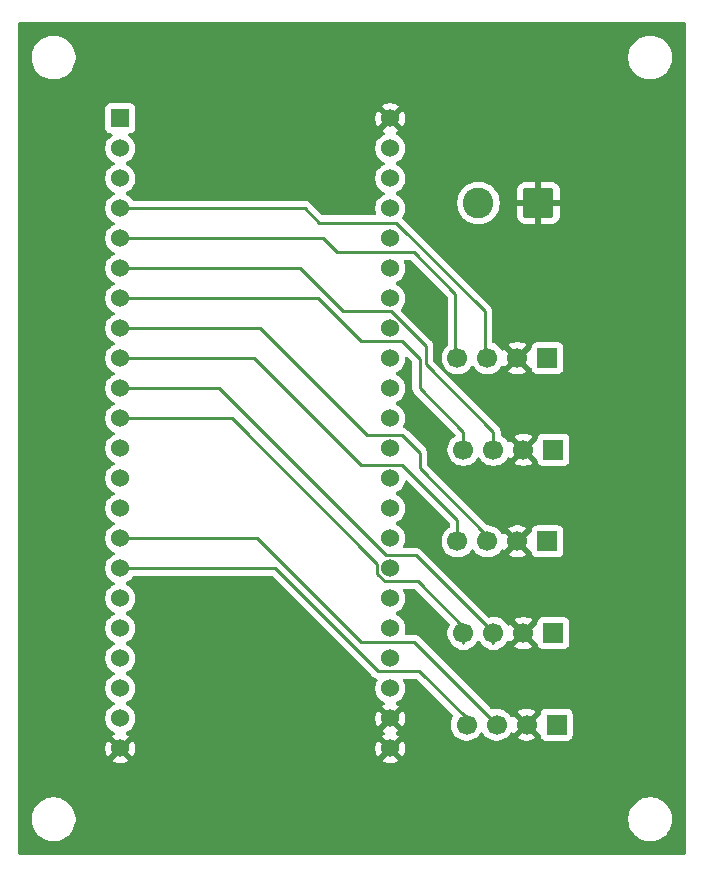
<source format=gbr>
%TF.GenerationSoftware,KiCad,Pcbnew,9.0.2*%
%TF.CreationDate,2025-07-08T22:51:12-04:00*%
%TF.ProjectId,Wireless3.0,57697265-6c65-4737-9333-2e302e6b6963,rev?*%
%TF.SameCoordinates,Original*%
%TF.FileFunction,Copper,L2,Bot*%
%TF.FilePolarity,Positive*%
%FSLAX46Y46*%
G04 Gerber Fmt 4.6, Leading zero omitted, Abs format (unit mm)*
G04 Created by KiCad (PCBNEW 9.0.2) date 2025-07-08 22:51:12*
%MOMM*%
%LPD*%
G01*
G04 APERTURE LIST*
G04 Aperture macros list*
%AMRoundRect*
0 Rectangle with rounded corners*
0 $1 Rounding radius*
0 $2 $3 $4 $5 $6 $7 $8 $9 X,Y pos of 4 corners*
0 Add a 4 corners polygon primitive as box body*
4,1,4,$2,$3,$4,$5,$6,$7,$8,$9,$2,$3,0*
0 Add four circle primitives for the rounded corners*
1,1,$1+$1,$2,$3*
1,1,$1+$1,$4,$5*
1,1,$1+$1,$6,$7*
1,1,$1+$1,$8,$9*
0 Add four rect primitives between the rounded corners*
20,1,$1+$1,$2,$3,$4,$5,0*
20,1,$1+$1,$4,$5,$6,$7,0*
20,1,$1+$1,$6,$7,$8,$9,0*
20,1,$1+$1,$8,$9,$2,$3,0*%
G04 Aperture macros list end*
%TA.AperFunction,ComponentPad*%
%ADD10R,1.700000X1.700000*%
%TD*%
%TA.AperFunction,ComponentPad*%
%ADD11C,1.700000*%
%TD*%
%TA.AperFunction,ComponentPad*%
%ADD12RoundRect,0.250000X1.050000X1.050000X-1.050000X1.050000X-1.050000X-1.050000X1.050000X-1.050000X0*%
%TD*%
%TA.AperFunction,ComponentPad*%
%ADD13C,2.600000*%
%TD*%
%TA.AperFunction,ComponentPad*%
%ADD14R,1.530000X1.530000*%
%TD*%
%TA.AperFunction,ComponentPad*%
%ADD15C,1.530000*%
%TD*%
%TA.AperFunction,Conductor*%
%ADD16C,0.250000*%
%TD*%
G04 APERTURE END LIST*
D10*
%TO.P,J5,1,Pin_1*%
%TO.N,5V*%
X182580000Y-116000000D03*
D11*
%TO.P,J5,2,Pin_2*%
%TO.N,GND*%
X180040000Y-116000000D03*
%TO.P,J5,3,Pin_3*%
%TO.N,S5_TX*%
X177500000Y-116000000D03*
%TO.P,J5,4,Pin_4*%
%TO.N,S5_RX*%
X174960000Y-116000000D03*
%TD*%
D10*
%TO.P,J2,1,Pin_1*%
%TO.N,5V*%
X182310000Y-92720000D03*
D11*
%TO.P,J2,2,Pin_2*%
%TO.N,GND*%
X179770000Y-92720000D03*
%TO.P,J2,3,Pin_3*%
%TO.N,S2_TX*%
X177230000Y-92720000D03*
%TO.P,J2,4,Pin_4*%
%TO.N,S2_RX*%
X174690000Y-92720000D03*
%TD*%
D12*
%TO.P,J6,1,Pin_1*%
%TO.N,GND*%
X181045000Y-71827500D03*
D13*
%TO.P,J6,2,Pin_2*%
%TO.N,5V*%
X175965000Y-71827500D03*
%TD*%
D14*
%TO.P,U1,J1_1,3V3*%
%TO.N,Net-(U1-3V3-PadJ1_1)*%
X145640000Y-64660000D03*
D15*
%TO.P,U1,J1_2,3V3*%
X145640000Y-67200000D03*
%TO.P,U1,J1_3,RST*%
%TO.N,unconnected-(U1-RST-PadJ1_3)*%
X145640000Y-69740000D03*
%TO.P,U1,J1_4,GPIO4*%
%TO.N,S1_TX*%
X145640000Y-72280000D03*
%TO.P,U1,J1_5,GPIO5*%
%TO.N,S1_RX*%
X145640000Y-74820000D03*
%TO.P,U1,J1_6,GPIO6*%
%TO.N,S2_TX*%
X145640000Y-77360000D03*
%TO.P,U1,J1_7,GPIO7*%
%TO.N,S2_RX*%
X145640000Y-79900000D03*
%TO.P,U1,J1_8,GPIO15*%
%TO.N,S3_TX*%
X145640000Y-82440000D03*
%TO.P,U1,J1_9,GPIO16*%
%TO.N,S3_RX*%
X145640000Y-84980000D03*
%TO.P,U1,J1_10,GPIO17*%
%TO.N,S4_TX*%
X145640000Y-87520000D03*
%TO.P,U1,J1_11,GPIO18*%
%TO.N,S4_RX*%
X145640000Y-90060000D03*
%TO.P,U1,J1_12,GPIO8*%
%TO.N,unconnected-(U1-GPIO8-PadJ1_12)*%
X145640000Y-92600000D03*
%TO.P,U1,J1_13,GPIO3*%
%TO.N,unconnected-(U1-GPIO3-PadJ1_13)*%
X145640000Y-95140000D03*
%TO.P,U1,J1_14,GPIO46*%
%TO.N,unconnected-(U1-GPIO46-PadJ1_14)*%
X145640000Y-97680000D03*
%TO.P,U1,J1_15,GPIO9*%
%TO.N,S5_TX*%
X145640000Y-100220000D03*
%TO.P,U1,J1_16,GPIO10*%
%TO.N,S5_RX*%
X145640000Y-102760000D03*
%TO.P,U1,J1_17,GPIO11*%
%TO.N,unconnected-(U1-GPIO11-PadJ1_17)*%
X145640000Y-105300000D03*
%TO.P,U1,J1_18,GPIO12*%
%TO.N,unconnected-(U1-GPIO12-PadJ1_18)*%
X145640000Y-107840000D03*
%TO.P,U1,J1_19,GPIO13*%
%TO.N,unconnected-(U1-GPIO13-PadJ1_19)*%
X145640000Y-110380000D03*
%TO.P,U1,J1_20,GPIO14*%
%TO.N,unconnected-(U1-GPIO14-PadJ1_20)*%
X145640000Y-112920000D03*
%TO.P,U1,J1_21,5V0*%
%TO.N,5V*%
X145640000Y-115460000D03*
%TO.P,U1,J1_22,GND*%
%TO.N,GND*%
X145640000Y-118000000D03*
%TO.P,U1,J3_1,GND*%
X168500000Y-64660000D03*
%TO.P,U1,J3_2,U0TXD/GPIO43*%
%TO.N,unconnected-(U1-U0TXD{slash}GPIO43-PadJ3_2)*%
X168500000Y-67200000D03*
%TO.P,U1,J3_3,U0RXD/GPIO44*%
%TO.N,unconnected-(U1-U0RXD{slash}GPIO44-PadJ3_3)*%
X168500000Y-69740000D03*
%TO.P,U1,J3_4,GPIO1*%
%TO.N,unconnected-(U1-GPIO1-PadJ3_4)*%
X168500000Y-72280000D03*
%TO.P,U1,J3_5,GPIO2*%
%TO.N,unconnected-(U1-GPIO2-PadJ3_5)*%
X168500000Y-74820000D03*
%TO.P,U1,J3_6,MTMS/GPIO42*%
%TO.N,unconnected-(U1-MTMS{slash}GPIO42-PadJ3_6)*%
X168500000Y-77360000D03*
%TO.P,U1,J3_7,MTDI/GPIO41*%
%TO.N,unconnected-(U1-MTDI{slash}GPIO41-PadJ3_7)*%
X168500000Y-79900000D03*
%TO.P,U1,J3_8,MTDO/GPIO40*%
%TO.N,unconnected-(U1-MTDO{slash}GPIO40-PadJ3_8)*%
X168500000Y-82440000D03*
%TO.P,U1,J3_9,MTCK/GPIO39*%
%TO.N,unconnected-(U1-MTCK{slash}GPIO39-PadJ3_9)*%
X168500000Y-84980000D03*
%TO.P,U1,J3_10,GPIO38*%
%TO.N,unconnected-(U1-GPIO38-PadJ3_10)*%
X168500000Y-87520000D03*
%TO.P,U1,J3_11,GPIO37*%
%TO.N,unconnected-(U1-GPIO37-PadJ3_11)*%
X168500000Y-90060000D03*
%TO.P,U1,J3_12,GPIO36*%
%TO.N,unconnected-(U1-GPIO36-PadJ3_12)*%
X168500000Y-92600000D03*
%TO.P,U1,J3_13,GPIO35*%
%TO.N,unconnected-(U1-GPIO35-PadJ3_13)*%
X168500000Y-95140000D03*
%TO.P,U1,J3_14,GPIO0*%
%TO.N,unconnected-(U1-GPIO0-PadJ3_14)*%
X168500000Y-97680000D03*
%TO.P,U1,J3_15,GPIO45*%
%TO.N,unconnected-(U1-GPIO45-PadJ3_15)*%
X168500000Y-100220000D03*
%TO.P,U1,J3_16,GPIO48*%
%TO.N,unconnected-(U1-GPIO48-PadJ3_16)*%
X168500000Y-102760000D03*
%TO.P,U1,J3_17,GPIO47*%
%TO.N,unconnected-(U1-GPIO47-PadJ3_17)*%
X168500000Y-105300000D03*
%TO.P,U1,J3_18,GPIO21*%
%TO.N,unconnected-(U1-GPIO21-PadJ3_18)*%
X168500000Y-107840000D03*
%TO.P,U1,J3_19,USB_D+/GPIO20*%
%TO.N,unconnected-(U1-USB_D+{slash}GPIO20-PadJ3_19)*%
X168500000Y-110380000D03*
%TO.P,U1,J3_20,USB_D-/GPIO19*%
%TO.N,unconnected-(U1-USB_D-{slash}GPIO19-PadJ3_20)*%
X168500000Y-112920000D03*
%TO.P,U1,J3_21,GND*%
%TO.N,GND*%
X168500000Y-115460000D03*
%TO.P,U1,J3_22,GND*%
X168500000Y-118000000D03*
%TD*%
D10*
%TO.P,J3,1,Pin_1*%
%TO.N,5V*%
X181810000Y-100480000D03*
D11*
%TO.P,J3,2,Pin_2*%
%TO.N,GND*%
X179270000Y-100480000D03*
%TO.P,J3,3,Pin_3*%
%TO.N,S3_TX*%
X176730000Y-100480000D03*
%TO.P,J3,4,Pin_4*%
%TO.N,S3_RX*%
X174190000Y-100480000D03*
%TD*%
D10*
%TO.P,J4,1,Pin_1*%
%TO.N,5V*%
X182310000Y-108240000D03*
D11*
%TO.P,J4,2,Pin_2*%
%TO.N,GND*%
X179770000Y-108240000D03*
%TO.P,J4,3,Pin_3*%
%TO.N,S4_TX*%
X177230000Y-108240000D03*
%TO.P,J4,4,Pin_4*%
%TO.N,S4_RX*%
X174690000Y-108240000D03*
%TD*%
D10*
%TO.P,J1,1,Pin_1*%
%TO.N,5V*%
X181810000Y-84960000D03*
D11*
%TO.P,J1,2,Pin_2*%
%TO.N,GND*%
X179270000Y-84960000D03*
%TO.P,J1,3,Pin_3*%
%TO.N,S1_TX*%
X176730000Y-84960000D03*
%TO.P,J1,4,Pin_4*%
%TO.N,S1_RX*%
X174190000Y-84960000D03*
%TD*%
D16*
%TO.N,S1_TX*%
X176500000Y-84730000D02*
X176730000Y-84960000D01*
X162500000Y-73500000D02*
X169000000Y-73500000D01*
X161280000Y-72280000D02*
X162500000Y-73500000D01*
X176500000Y-81000000D02*
X176500000Y-84730000D01*
X169000000Y-73500000D02*
X176500000Y-81000000D01*
X145640000Y-72280000D02*
X161280000Y-72280000D01*
%TO.N,S1_RX*%
X162820000Y-74820000D02*
X145640000Y-74820000D01*
X174000000Y-84770000D02*
X174000000Y-79500000D01*
X164000000Y-76000000D02*
X162820000Y-74820000D01*
X174000000Y-79500000D02*
X170500000Y-76000000D01*
X170500000Y-76000000D02*
X164000000Y-76000000D01*
X174190000Y-84960000D02*
X174000000Y-84770000D01*
%TO.N,S2_TX*%
X168593907Y-80991000D02*
X171500000Y-83897093D01*
X171500000Y-83897093D02*
X171500000Y-85500000D01*
X171500000Y-85500000D02*
X177230000Y-91230000D01*
X164491000Y-80991000D02*
X168593907Y-80991000D01*
X160860000Y-77360000D02*
X164491000Y-80991000D01*
X177230000Y-91230000D02*
X177230000Y-92500000D01*
X145640000Y-77360000D02*
X160860000Y-77360000D01*
%TO.N,S2_RX*%
X169531000Y-83531000D02*
X171000000Y-85000000D01*
X166031000Y-83531000D02*
X169531000Y-83531000D01*
X171000000Y-85000000D02*
X171000000Y-87500000D01*
X171000000Y-87500000D02*
X174690000Y-91190000D01*
X145640000Y-79900000D02*
X162400000Y-79900000D01*
X162400000Y-79900000D02*
X166031000Y-83531000D01*
X174690000Y-91190000D02*
X174690000Y-92500000D01*
%TO.N,S3_RX*%
X169500000Y-94000000D02*
X174190000Y-98690000D01*
X174190000Y-98690000D02*
X174190000Y-100210000D01*
X145640000Y-84980000D02*
X156980000Y-84980000D01*
X166000000Y-94000000D02*
X169500000Y-94000000D01*
X156980000Y-84980000D02*
X166000000Y-94000000D01*
%TO.N,S3_TX*%
X169500000Y-91500000D02*
X171000000Y-93000000D01*
X171000000Y-94298149D02*
X176730000Y-100028149D01*
X166500000Y-91500000D02*
X169500000Y-91500000D01*
X176730000Y-100028149D02*
X176730000Y-100210000D01*
X171000000Y-93000000D02*
X171000000Y-94298149D01*
X157440000Y-82440000D02*
X166500000Y-91500000D01*
X145640000Y-82440000D02*
X157440000Y-82440000D01*
%TO.N,S4_RX*%
X174690000Y-107690001D02*
X170850999Y-103851000D01*
X174690000Y-109085000D02*
X174690000Y-107690001D01*
X167409000Y-102409000D02*
X155060000Y-90060000D01*
X170850999Y-103851000D02*
X168048093Y-103851000D01*
X167409000Y-103211907D02*
X167409000Y-102409000D01*
X168048093Y-103851000D02*
X167409000Y-103211907D01*
X155060000Y-90060000D02*
X145640000Y-90060000D01*
%TO.N,S4_TX*%
X170669000Y-101669000D02*
X177000000Y-108000000D01*
X154020000Y-87520000D02*
X168169000Y-101669000D01*
X145640000Y-87520000D02*
X154020000Y-87520000D01*
X168169000Y-101669000D02*
X170669000Y-101669000D01*
X177000000Y-108855000D02*
X177230000Y-109085000D01*
X177000000Y-108000000D02*
X177000000Y-108855000D01*
%TO.N,S5_RX*%
X158760000Y-102760000D02*
X167471000Y-111471000D01*
X170971000Y-111471000D02*
X174960000Y-115460000D01*
X145640000Y-102760000D02*
X158760000Y-102760000D01*
X174960000Y-115460000D02*
X174960000Y-116000000D01*
X167471000Y-111471000D02*
X170971000Y-111471000D01*
%TO.N,S5_TX*%
X170500000Y-109000000D02*
X177500000Y-116000000D01*
X166000000Y-109000000D02*
X170500000Y-109000000D01*
X157220000Y-100220000D02*
X166000000Y-109000000D01*
X145640000Y-100220000D02*
X157220000Y-100220000D01*
%TD*%
%TA.AperFunction,Conductor*%
%TO.N,GND*%
G36*
X193442539Y-56520185D02*
G01*
X193488294Y-56572989D01*
X193499500Y-56624500D01*
X193499500Y-126875500D01*
X193479815Y-126942539D01*
X193427011Y-126988294D01*
X193375500Y-126999500D01*
X137124500Y-126999500D01*
X137057461Y-126979815D01*
X137011706Y-126927011D01*
X137000500Y-126875500D01*
X137000500Y-123878711D01*
X138149500Y-123878711D01*
X138149500Y-124121288D01*
X138181161Y-124361785D01*
X138243947Y-124596104D01*
X138336773Y-124820205D01*
X138336776Y-124820212D01*
X138458064Y-125030289D01*
X138458066Y-125030292D01*
X138458067Y-125030293D01*
X138605733Y-125222736D01*
X138605739Y-125222743D01*
X138777256Y-125394260D01*
X138777262Y-125394265D01*
X138969711Y-125541936D01*
X139179788Y-125663224D01*
X139403900Y-125756054D01*
X139638211Y-125818838D01*
X139818586Y-125842584D01*
X139878711Y-125850500D01*
X139878712Y-125850500D01*
X140121289Y-125850500D01*
X140169388Y-125844167D01*
X140361789Y-125818838D01*
X140596100Y-125756054D01*
X140820212Y-125663224D01*
X141030289Y-125541936D01*
X141222738Y-125394265D01*
X141394265Y-125222738D01*
X141541936Y-125030289D01*
X141663224Y-124820212D01*
X141756054Y-124596100D01*
X141818838Y-124361789D01*
X141850500Y-124121288D01*
X141850500Y-123878712D01*
X141850500Y-123878711D01*
X188649500Y-123878711D01*
X188649500Y-124121288D01*
X188681161Y-124361785D01*
X188743947Y-124596104D01*
X188836773Y-124820205D01*
X188836776Y-124820212D01*
X188958064Y-125030289D01*
X188958066Y-125030292D01*
X188958067Y-125030293D01*
X189105733Y-125222736D01*
X189105739Y-125222743D01*
X189277256Y-125394260D01*
X189277262Y-125394265D01*
X189469711Y-125541936D01*
X189679788Y-125663224D01*
X189903900Y-125756054D01*
X190138211Y-125818838D01*
X190318586Y-125842584D01*
X190378711Y-125850500D01*
X190378712Y-125850500D01*
X190621289Y-125850500D01*
X190669388Y-125844167D01*
X190861789Y-125818838D01*
X191096100Y-125756054D01*
X191320212Y-125663224D01*
X191530289Y-125541936D01*
X191722738Y-125394265D01*
X191894265Y-125222738D01*
X192041936Y-125030289D01*
X192163224Y-124820212D01*
X192256054Y-124596100D01*
X192318838Y-124361789D01*
X192350500Y-124121288D01*
X192350500Y-123878712D01*
X192318838Y-123638211D01*
X192256054Y-123403900D01*
X192163224Y-123179788D01*
X192041936Y-122969711D01*
X191894265Y-122777262D01*
X191894260Y-122777256D01*
X191722743Y-122605739D01*
X191722736Y-122605733D01*
X191530293Y-122458067D01*
X191530292Y-122458066D01*
X191530289Y-122458064D01*
X191320212Y-122336776D01*
X191320205Y-122336773D01*
X191096104Y-122243947D01*
X190861785Y-122181161D01*
X190621289Y-122149500D01*
X190621288Y-122149500D01*
X190378712Y-122149500D01*
X190378711Y-122149500D01*
X190138214Y-122181161D01*
X189903895Y-122243947D01*
X189679794Y-122336773D01*
X189679785Y-122336777D01*
X189469706Y-122458067D01*
X189277263Y-122605733D01*
X189277256Y-122605739D01*
X189105739Y-122777256D01*
X189105733Y-122777263D01*
X188958067Y-122969706D01*
X188836777Y-123179785D01*
X188836773Y-123179794D01*
X188743947Y-123403895D01*
X188681161Y-123638214D01*
X188649500Y-123878711D01*
X141850500Y-123878711D01*
X141818838Y-123638211D01*
X141756054Y-123403900D01*
X141663224Y-123179788D01*
X141541936Y-122969711D01*
X141394265Y-122777262D01*
X141394260Y-122777256D01*
X141222743Y-122605739D01*
X141222736Y-122605733D01*
X141030293Y-122458067D01*
X141030292Y-122458066D01*
X141030289Y-122458064D01*
X140820212Y-122336776D01*
X140820205Y-122336773D01*
X140596104Y-122243947D01*
X140361785Y-122181161D01*
X140121289Y-122149500D01*
X140121288Y-122149500D01*
X139878712Y-122149500D01*
X139878711Y-122149500D01*
X139638214Y-122181161D01*
X139403895Y-122243947D01*
X139179794Y-122336773D01*
X139179785Y-122336777D01*
X138969706Y-122458067D01*
X138777263Y-122605733D01*
X138777256Y-122605739D01*
X138605739Y-122777256D01*
X138605733Y-122777263D01*
X138458067Y-122969706D01*
X138336777Y-123179785D01*
X138336773Y-123179794D01*
X138243947Y-123403895D01*
X138181161Y-123638214D01*
X138149500Y-123878711D01*
X137000500Y-123878711D01*
X137000500Y-63847135D01*
X144374500Y-63847135D01*
X144374500Y-65472870D01*
X144374501Y-65472876D01*
X144380908Y-65532483D01*
X144431202Y-65667328D01*
X144431206Y-65667335D01*
X144517452Y-65782544D01*
X144517455Y-65782547D01*
X144632664Y-65868793D01*
X144632671Y-65868797D01*
X144767517Y-65919091D01*
X144767516Y-65919091D01*
X144774444Y-65919835D01*
X144827127Y-65925500D01*
X144859568Y-65925499D01*
X144926605Y-65945182D01*
X144972361Y-65997984D01*
X144982306Y-66067143D01*
X144953283Y-66130699D01*
X144932455Y-66149816D01*
X144815582Y-66234730D01*
X144674733Y-66375579D01*
X144674733Y-66375580D01*
X144674731Y-66375582D01*
X144624447Y-66444790D01*
X144557647Y-66536733D01*
X144467213Y-66714219D01*
X144405661Y-66903656D01*
X144405661Y-66903659D01*
X144374500Y-67100403D01*
X144374500Y-67299596D01*
X144405661Y-67496340D01*
X144405661Y-67496343D01*
X144467213Y-67685780D01*
X144467215Y-67685783D01*
X144557647Y-67863266D01*
X144674731Y-68024418D01*
X144815582Y-68165269D01*
X144976734Y-68282353D01*
X145046453Y-68317877D01*
X145128172Y-68359515D01*
X145178968Y-68407490D01*
X145195763Y-68475311D01*
X145173225Y-68541446D01*
X145128172Y-68580485D01*
X144976733Y-68657647D01*
X144884790Y-68724447D01*
X144815582Y-68774731D01*
X144815580Y-68774733D01*
X144815579Y-68774733D01*
X144674733Y-68915579D01*
X144674733Y-68915580D01*
X144674731Y-68915582D01*
X144624447Y-68984790D01*
X144557647Y-69076733D01*
X144467213Y-69254219D01*
X144405661Y-69443656D01*
X144405661Y-69443659D01*
X144374500Y-69640403D01*
X144374500Y-69839596D01*
X144405661Y-70036340D01*
X144405661Y-70036343D01*
X144467213Y-70225780D01*
X144518903Y-70327227D01*
X144557647Y-70403266D01*
X144674731Y-70564418D01*
X144815582Y-70705269D01*
X144976734Y-70822353D01*
X145046453Y-70857877D01*
X145128172Y-70899515D01*
X145178968Y-70947490D01*
X145195763Y-71015311D01*
X145173225Y-71081446D01*
X145128172Y-71120485D01*
X144976733Y-71197647D01*
X144902642Y-71251478D01*
X144815582Y-71314731D01*
X144815580Y-71314733D01*
X144815579Y-71314733D01*
X144674733Y-71455579D01*
X144674733Y-71455580D01*
X144674731Y-71455582D01*
X144660270Y-71475486D01*
X144557647Y-71616733D01*
X144467213Y-71794219D01*
X144405661Y-71983656D01*
X144405661Y-71983659D01*
X144374500Y-72180403D01*
X144374500Y-72379596D01*
X144405661Y-72576340D01*
X144405661Y-72576343D01*
X144467213Y-72765780D01*
X144505976Y-72841856D01*
X144557647Y-72943266D01*
X144674731Y-73104418D01*
X144815582Y-73245269D01*
X144976734Y-73362353D01*
X145046453Y-73397877D01*
X145128172Y-73439515D01*
X145178968Y-73487490D01*
X145195763Y-73555311D01*
X145173225Y-73621446D01*
X145128172Y-73660485D01*
X144976733Y-73737647D01*
X144884790Y-73804447D01*
X144815582Y-73854731D01*
X144815580Y-73854733D01*
X144815579Y-73854733D01*
X144674733Y-73995579D01*
X144674733Y-73995580D01*
X144674731Y-73995582D01*
X144639450Y-74044142D01*
X144557647Y-74156733D01*
X144467213Y-74334219D01*
X144405661Y-74523656D01*
X144405661Y-74523659D01*
X144374500Y-74720403D01*
X144374500Y-74919596D01*
X144405661Y-75116340D01*
X144405661Y-75116343D01*
X144467213Y-75305780D01*
X144502228Y-75374500D01*
X144557647Y-75483266D01*
X144674731Y-75644418D01*
X144815582Y-75785269D01*
X144976734Y-75902353D01*
X145046453Y-75937877D01*
X145128172Y-75979515D01*
X145178968Y-76027490D01*
X145195763Y-76095311D01*
X145173225Y-76161446D01*
X145128172Y-76200485D01*
X144976733Y-76277647D01*
X144884790Y-76344447D01*
X144815582Y-76394731D01*
X144815580Y-76394733D01*
X144815579Y-76394733D01*
X144674733Y-76535579D01*
X144674733Y-76535580D01*
X144674731Y-76535582D01*
X144638951Y-76584829D01*
X144557647Y-76696733D01*
X144467213Y-76874219D01*
X144405661Y-77063656D01*
X144405661Y-77063659D01*
X144374500Y-77260403D01*
X144374500Y-77459596D01*
X144405661Y-77656340D01*
X144405661Y-77656343D01*
X144467213Y-77845780D01*
X144467215Y-77845783D01*
X144557647Y-78023266D01*
X144674731Y-78184418D01*
X144815582Y-78325269D01*
X144976734Y-78442353D01*
X145046453Y-78477877D01*
X145128172Y-78519515D01*
X145178968Y-78567490D01*
X145195763Y-78635311D01*
X145173225Y-78701446D01*
X145128172Y-78740485D01*
X144976733Y-78817647D01*
X144884790Y-78884447D01*
X144815582Y-78934731D01*
X144815580Y-78934733D01*
X144815579Y-78934733D01*
X144674733Y-79075579D01*
X144674733Y-79075580D01*
X144674731Y-79075582D01*
X144639450Y-79124142D01*
X144557647Y-79236733D01*
X144467213Y-79414219D01*
X144405661Y-79603656D01*
X144405661Y-79603659D01*
X144374500Y-79800403D01*
X144374500Y-79999596D01*
X144405661Y-80196340D01*
X144405661Y-80196343D01*
X144467213Y-80385780D01*
X144467215Y-80385783D01*
X144557647Y-80563266D01*
X144674731Y-80724418D01*
X144815582Y-80865269D01*
X144976734Y-80982353D01*
X145046453Y-81017877D01*
X145128172Y-81059515D01*
X145178968Y-81107490D01*
X145195763Y-81175311D01*
X145173225Y-81241446D01*
X145128172Y-81280485D01*
X144976733Y-81357647D01*
X144884790Y-81424447D01*
X144815582Y-81474731D01*
X144815580Y-81474733D01*
X144815579Y-81474733D01*
X144674733Y-81615579D01*
X144674733Y-81615580D01*
X144674731Y-81615582D01*
X144624447Y-81684790D01*
X144557647Y-81776733D01*
X144467213Y-81954219D01*
X144405661Y-82143656D01*
X144405661Y-82143659D01*
X144374500Y-82340403D01*
X144374500Y-82539596D01*
X144405661Y-82736340D01*
X144405661Y-82736343D01*
X144467213Y-82925780D01*
X144467215Y-82925783D01*
X144557647Y-83103266D01*
X144674731Y-83264418D01*
X144815582Y-83405269D01*
X144976734Y-83522353D01*
X145030176Y-83549583D01*
X145128172Y-83599515D01*
X145178968Y-83647490D01*
X145195763Y-83715311D01*
X145173225Y-83781446D01*
X145128172Y-83820485D01*
X144976733Y-83897647D01*
X144884790Y-83964447D01*
X144815582Y-84014731D01*
X144815580Y-84014733D01*
X144815579Y-84014733D01*
X144674733Y-84155579D01*
X144674733Y-84155580D01*
X144674731Y-84155582D01*
X144671252Y-84160371D01*
X144557647Y-84316733D01*
X144467213Y-84494219D01*
X144405661Y-84683656D01*
X144405661Y-84683659D01*
X144374500Y-84880403D01*
X144374500Y-85079596D01*
X144405661Y-85276340D01*
X144405661Y-85276343D01*
X144467213Y-85465780D01*
X144530971Y-85590911D01*
X144557647Y-85643266D01*
X144674731Y-85804418D01*
X144815582Y-85945269D01*
X144976734Y-86062353D01*
X145046453Y-86097877D01*
X145128172Y-86139515D01*
X145178968Y-86187490D01*
X145195763Y-86255311D01*
X145173225Y-86321446D01*
X145128172Y-86360485D01*
X144976733Y-86437647D01*
X144884790Y-86504447D01*
X144815582Y-86554731D01*
X144815580Y-86554733D01*
X144815579Y-86554733D01*
X144674733Y-86695579D01*
X144674733Y-86695580D01*
X144674731Y-86695582D01*
X144660086Y-86715739D01*
X144557647Y-86856733D01*
X144467213Y-87034219D01*
X144405661Y-87223656D01*
X144405661Y-87223659D01*
X144374500Y-87420403D01*
X144374500Y-87619596D01*
X144405661Y-87816340D01*
X144405661Y-87816343D01*
X144467213Y-88005780D01*
X144467215Y-88005783D01*
X144557647Y-88183266D01*
X144674731Y-88344418D01*
X144815582Y-88485269D01*
X144976734Y-88602353D01*
X145046453Y-88637877D01*
X145128172Y-88679515D01*
X145178968Y-88727490D01*
X145195763Y-88795311D01*
X145173225Y-88861446D01*
X145128172Y-88900485D01*
X144976733Y-88977647D01*
X144884790Y-89044447D01*
X144815582Y-89094731D01*
X144815580Y-89094733D01*
X144815579Y-89094733D01*
X144674733Y-89235579D01*
X144674733Y-89235580D01*
X144674731Y-89235582D01*
X144639450Y-89284142D01*
X144557647Y-89396733D01*
X144467213Y-89574219D01*
X144405661Y-89763656D01*
X144405661Y-89763659D01*
X144374500Y-89960403D01*
X144374500Y-90159596D01*
X144405661Y-90356340D01*
X144405661Y-90356343D01*
X144467213Y-90545780D01*
X144467215Y-90545783D01*
X144557647Y-90723266D01*
X144674731Y-90884418D01*
X144815582Y-91025269D01*
X144976734Y-91142353D01*
X145046453Y-91177877D01*
X145128172Y-91219515D01*
X145178968Y-91267490D01*
X145195763Y-91335311D01*
X145173225Y-91401446D01*
X145128172Y-91440485D01*
X144976733Y-91517647D01*
X144908954Y-91566892D01*
X144815582Y-91634731D01*
X144815580Y-91634733D01*
X144815579Y-91634733D01*
X144674733Y-91775579D01*
X144674733Y-91775580D01*
X144674731Y-91775582D01*
X144640922Y-91822116D01*
X144557647Y-91936733D01*
X144467213Y-92114219D01*
X144405661Y-92303656D01*
X144405661Y-92303659D01*
X144405661Y-92303661D01*
X144374500Y-92500403D01*
X144374500Y-92699597D01*
X144377731Y-92719999D01*
X144405661Y-92896340D01*
X144405661Y-92896343D01*
X144467213Y-93085780D01*
X144518240Y-93185925D01*
X144557647Y-93263266D01*
X144674731Y-93424418D01*
X144815582Y-93565269D01*
X144976734Y-93682353D01*
X145046453Y-93717877D01*
X145128172Y-93759515D01*
X145178968Y-93807490D01*
X145195763Y-93875311D01*
X145173225Y-93941446D01*
X145128172Y-93980485D01*
X144976733Y-94057647D01*
X144884790Y-94124447D01*
X144815582Y-94174731D01*
X144815580Y-94174733D01*
X144815579Y-94174733D01*
X144674733Y-94315579D01*
X144674733Y-94315580D01*
X144674731Y-94315582D01*
X144624447Y-94384790D01*
X144557647Y-94476733D01*
X144467213Y-94654219D01*
X144405661Y-94843656D01*
X144405661Y-94843659D01*
X144374500Y-95040403D01*
X144374500Y-95239596D01*
X144405661Y-95436340D01*
X144405661Y-95436343D01*
X144467213Y-95625780D01*
X144467215Y-95625783D01*
X144557647Y-95803266D01*
X144674731Y-95964418D01*
X144815582Y-96105269D01*
X144976734Y-96222353D01*
X145046453Y-96257877D01*
X145128172Y-96299515D01*
X145178968Y-96347490D01*
X145195763Y-96415311D01*
X145173225Y-96481446D01*
X145128172Y-96520485D01*
X144976733Y-96597647D01*
X144884790Y-96664447D01*
X144815582Y-96714731D01*
X144815580Y-96714733D01*
X144815579Y-96714733D01*
X144674733Y-96855579D01*
X144674733Y-96855580D01*
X144674731Y-96855582D01*
X144624447Y-96924790D01*
X144557647Y-97016733D01*
X144467213Y-97194219D01*
X144405661Y-97383656D01*
X144405661Y-97383659D01*
X144374500Y-97580403D01*
X144374500Y-97779596D01*
X144405661Y-97976340D01*
X144405661Y-97976343D01*
X144467213Y-98165780D01*
X144467215Y-98165783D01*
X144557647Y-98343266D01*
X144674731Y-98504418D01*
X144815582Y-98645269D01*
X144976734Y-98762353D01*
X145046453Y-98797877D01*
X145128172Y-98839515D01*
X145178968Y-98887490D01*
X145195763Y-98955311D01*
X145173225Y-99021446D01*
X145128172Y-99060485D01*
X144976733Y-99137647D01*
X144909904Y-99186202D01*
X144815582Y-99254731D01*
X144815580Y-99254733D01*
X144815579Y-99254733D01*
X144674733Y-99395579D01*
X144674733Y-99395580D01*
X144674731Y-99395582D01*
X144624447Y-99464790D01*
X144557647Y-99556733D01*
X144467213Y-99734219D01*
X144405661Y-99923656D01*
X144405661Y-99923659D01*
X144374500Y-100120403D01*
X144374500Y-100319596D01*
X144405661Y-100516340D01*
X144405661Y-100516343D01*
X144467213Y-100705780D01*
X144538404Y-100845500D01*
X144557647Y-100883266D01*
X144674731Y-101044418D01*
X144815582Y-101185269D01*
X144976734Y-101302353D01*
X145046453Y-101337877D01*
X145128172Y-101379515D01*
X145178968Y-101427490D01*
X145195763Y-101495311D01*
X145173225Y-101561446D01*
X145128172Y-101600485D01*
X144976733Y-101677647D01*
X144903169Y-101731095D01*
X144815582Y-101794731D01*
X144815580Y-101794733D01*
X144815579Y-101794733D01*
X144674733Y-101935579D01*
X144674733Y-101935580D01*
X144674731Y-101935582D01*
X144639450Y-101984142D01*
X144557647Y-102096733D01*
X144467213Y-102274219D01*
X144405661Y-102463656D01*
X144405661Y-102463659D01*
X144374500Y-102660403D01*
X144374500Y-102859596D01*
X144405661Y-103056340D01*
X144405661Y-103056343D01*
X144467213Y-103245780D01*
X144493152Y-103296688D01*
X144557647Y-103423266D01*
X144674731Y-103584418D01*
X144815582Y-103725269D01*
X144976734Y-103842353D01*
X145046453Y-103877877D01*
X145128172Y-103919515D01*
X145178968Y-103967490D01*
X145195763Y-104035311D01*
X145173225Y-104101446D01*
X145128172Y-104140485D01*
X144976733Y-104217647D01*
X144884790Y-104284447D01*
X144815582Y-104334731D01*
X144815580Y-104334733D01*
X144815579Y-104334733D01*
X144674733Y-104475579D01*
X144674733Y-104475580D01*
X144674731Y-104475582D01*
X144659762Y-104496185D01*
X144557647Y-104636733D01*
X144467213Y-104814219D01*
X144405661Y-105003656D01*
X144405661Y-105003659D01*
X144374500Y-105200403D01*
X144374500Y-105399596D01*
X144405661Y-105596340D01*
X144405661Y-105596343D01*
X144467213Y-105785780D01*
X144467215Y-105785783D01*
X144557647Y-105963266D01*
X144674731Y-106124418D01*
X144815582Y-106265269D01*
X144976734Y-106382353D01*
X145046453Y-106417877D01*
X145128172Y-106459515D01*
X145178968Y-106507490D01*
X145195763Y-106575311D01*
X145173225Y-106641446D01*
X145128172Y-106680485D01*
X144976733Y-106757647D01*
X144884790Y-106824447D01*
X144815582Y-106874731D01*
X144815580Y-106874733D01*
X144815579Y-106874733D01*
X144674733Y-107015579D01*
X144674733Y-107015580D01*
X144674731Y-107015582D01*
X144662473Y-107032454D01*
X144557647Y-107176733D01*
X144467213Y-107354219D01*
X144405661Y-107543656D01*
X144405661Y-107543659D01*
X144374500Y-107740403D01*
X144374500Y-107939596D01*
X144405661Y-108136340D01*
X144405661Y-108136343D01*
X144467213Y-108325780D01*
X144528310Y-108445689D01*
X144557647Y-108503266D01*
X144674731Y-108664418D01*
X144815582Y-108805269D01*
X144976734Y-108922353D01*
X145008444Y-108938510D01*
X145128172Y-108999515D01*
X145178968Y-109047490D01*
X145195763Y-109115311D01*
X145173225Y-109181446D01*
X145128172Y-109220485D01*
X144976733Y-109297647D01*
X144928990Y-109332335D01*
X144815582Y-109414731D01*
X144815580Y-109414733D01*
X144815579Y-109414733D01*
X144674733Y-109555579D01*
X144674733Y-109555580D01*
X144674731Y-109555582D01*
X144649362Y-109590500D01*
X144557647Y-109716733D01*
X144467213Y-109894219D01*
X144405661Y-110083656D01*
X144405661Y-110083659D01*
X144374500Y-110280403D01*
X144374500Y-110479596D01*
X144405661Y-110676340D01*
X144405661Y-110676343D01*
X144467213Y-110865780D01*
X144476164Y-110883347D01*
X144557647Y-111043266D01*
X144674731Y-111204418D01*
X144815582Y-111345269D01*
X144976734Y-111462353D01*
X145046453Y-111497877D01*
X145128172Y-111539515D01*
X145178968Y-111587490D01*
X145195763Y-111655311D01*
X145173225Y-111721446D01*
X145128172Y-111760485D01*
X144976733Y-111837647D01*
X144932571Y-111869733D01*
X144815582Y-111954731D01*
X144815580Y-111954733D01*
X144815579Y-111954733D01*
X144674733Y-112095579D01*
X144674733Y-112095580D01*
X144674731Y-112095582D01*
X144661958Y-112113163D01*
X144557647Y-112256733D01*
X144467213Y-112434219D01*
X144405661Y-112623656D01*
X144405661Y-112623659D01*
X144374500Y-112820403D01*
X144374500Y-113019596D01*
X144405661Y-113216340D01*
X144405661Y-113216343D01*
X144467213Y-113405780D01*
X144467215Y-113405783D01*
X144557647Y-113583266D01*
X144674731Y-113744418D01*
X144815582Y-113885269D01*
X144976734Y-114002353D01*
X145046453Y-114037877D01*
X145128172Y-114079515D01*
X145178968Y-114127490D01*
X145195763Y-114195311D01*
X145173225Y-114261446D01*
X145128172Y-114300485D01*
X144976733Y-114377647D01*
X144938286Y-114405581D01*
X144815582Y-114494731D01*
X144815580Y-114494733D01*
X144815579Y-114494733D01*
X144674733Y-114635579D01*
X144674733Y-114635580D01*
X144674731Y-114635582D01*
X144624447Y-114704790D01*
X144557647Y-114796733D01*
X144467213Y-114974219D01*
X144405661Y-115163656D01*
X144405661Y-115163659D01*
X144374500Y-115360403D01*
X144374500Y-115559596D01*
X144405661Y-115756340D01*
X144405661Y-115756343D01*
X144467213Y-115945780D01*
X144467215Y-115945783D01*
X144557647Y-116123266D01*
X144674731Y-116284418D01*
X144815582Y-116425269D01*
X144976734Y-116542353D01*
X145066909Y-116588299D01*
X145128722Y-116619795D01*
X145179518Y-116667770D01*
X145196313Y-116735591D01*
X145173776Y-116801726D01*
X145128723Y-116840764D01*
X144976993Y-116918075D01*
X144939135Y-116945580D01*
X144939135Y-116945581D01*
X145502425Y-117508871D01*
X145443147Y-117524755D01*
X145326853Y-117591898D01*
X145231898Y-117686853D01*
X145164755Y-117803147D01*
X145148871Y-117862425D01*
X144585581Y-117299135D01*
X144585580Y-117299135D01*
X144558077Y-117336990D01*
X144467679Y-117514405D01*
X144406147Y-117703777D01*
X144375000Y-117900436D01*
X144375000Y-118099563D01*
X144406147Y-118296222D01*
X144467679Y-118485594D01*
X144558077Y-118663008D01*
X144585580Y-118700863D01*
X144585581Y-118700864D01*
X145148871Y-118137574D01*
X145164755Y-118196853D01*
X145231898Y-118313147D01*
X145326853Y-118408102D01*
X145443147Y-118475245D01*
X145502425Y-118491128D01*
X144939134Y-119054417D01*
X144976994Y-119081924D01*
X145154405Y-119172320D01*
X145343777Y-119233852D01*
X145540437Y-119265000D01*
X145739563Y-119265000D01*
X145936222Y-119233852D01*
X146125594Y-119172320D01*
X146303005Y-119081924D01*
X146340863Y-119054418D01*
X146340863Y-119054417D01*
X145777574Y-118491128D01*
X145836853Y-118475245D01*
X145953147Y-118408102D01*
X146048102Y-118313147D01*
X146115245Y-118196853D01*
X146131128Y-118137574D01*
X146694417Y-118700863D01*
X146694418Y-118700863D01*
X146721924Y-118663005D01*
X146812320Y-118485594D01*
X146873852Y-118296222D01*
X146905000Y-118099563D01*
X146905000Y-117900436D01*
X146873852Y-117703777D01*
X146812320Y-117514405D01*
X146721924Y-117336994D01*
X146694417Y-117299135D01*
X146694417Y-117299134D01*
X146131128Y-117862424D01*
X146115245Y-117803147D01*
X146048102Y-117686853D01*
X145953147Y-117591898D01*
X145836853Y-117524755D01*
X145777574Y-117508871D01*
X146340864Y-116945581D01*
X146340863Y-116945580D01*
X146303008Y-116918077D01*
X146151277Y-116840765D01*
X146100481Y-116792790D01*
X146083686Y-116724969D01*
X146106224Y-116658834D01*
X146151277Y-116619795D01*
X146151827Y-116619515D01*
X146303266Y-116542353D01*
X146464418Y-116425269D01*
X146605269Y-116284418D01*
X146722353Y-116123266D01*
X146812785Y-115945783D01*
X146874339Y-115756339D01*
X146905500Y-115559597D01*
X146905500Y-115360403D01*
X146874339Y-115163661D01*
X146874338Y-115163657D01*
X146874338Y-115163656D01*
X146812786Y-114974219D01*
X146778877Y-114907669D01*
X146722353Y-114796734D01*
X146605269Y-114635582D01*
X146464418Y-114494731D01*
X146303266Y-114377647D01*
X146151827Y-114300485D01*
X146101031Y-114252510D01*
X146084236Y-114184689D01*
X146106773Y-114118554D01*
X146151827Y-114079515D01*
X146161116Y-114074781D01*
X146303266Y-114002353D01*
X146464418Y-113885269D01*
X146605269Y-113744418D01*
X146722353Y-113583266D01*
X146812785Y-113405783D01*
X146874339Y-113216339D01*
X146905500Y-113019597D01*
X146905500Y-112820403D01*
X146874339Y-112623661D01*
X146874338Y-112623657D01*
X146874338Y-112623656D01*
X146812786Y-112434219D01*
X146812784Y-112434216D01*
X146722353Y-112256734D01*
X146605269Y-112095582D01*
X146464418Y-111954731D01*
X146303266Y-111837647D01*
X146151827Y-111760485D01*
X146101031Y-111712510D01*
X146084236Y-111644689D01*
X146106773Y-111578554D01*
X146151827Y-111539515D01*
X146161116Y-111534781D01*
X146303266Y-111462353D01*
X146464418Y-111345269D01*
X146605269Y-111204418D01*
X146722353Y-111043266D01*
X146812785Y-110865783D01*
X146836102Y-110794022D01*
X146874338Y-110676343D01*
X146874338Y-110676342D01*
X146874339Y-110676339D01*
X146905500Y-110479597D01*
X146905500Y-110280403D01*
X146874339Y-110083661D01*
X146874338Y-110083657D01*
X146874338Y-110083656D01*
X146812786Y-109894219D01*
X146752478Y-109775858D01*
X146722353Y-109716734D01*
X146605269Y-109555582D01*
X146464418Y-109414731D01*
X146303266Y-109297647D01*
X146151827Y-109220485D01*
X146101031Y-109172510D01*
X146084236Y-109104689D01*
X146106773Y-109038554D01*
X146151827Y-108999515D01*
X146161116Y-108994781D01*
X146303266Y-108922353D01*
X146464418Y-108805269D01*
X146605269Y-108664418D01*
X146722353Y-108503266D01*
X146812785Y-108325783D01*
X146842980Y-108232853D01*
X146874338Y-108136343D01*
X146874338Y-108136342D01*
X146874339Y-108136339D01*
X146905500Y-107939597D01*
X146905500Y-107740403D01*
X146874339Y-107543661D01*
X146874338Y-107543657D01*
X146874338Y-107543656D01*
X146812786Y-107354219D01*
X146776252Y-107282517D01*
X146722353Y-107176734D01*
X146605269Y-107015582D01*
X146464418Y-106874731D01*
X146303266Y-106757647D01*
X146151827Y-106680485D01*
X146101031Y-106632510D01*
X146084236Y-106564689D01*
X146106773Y-106498554D01*
X146151827Y-106459515D01*
X146161116Y-106454781D01*
X146303266Y-106382353D01*
X146464418Y-106265269D01*
X146605269Y-106124418D01*
X146722353Y-105963266D01*
X146812785Y-105785783D01*
X146874339Y-105596339D01*
X146905500Y-105399597D01*
X146905500Y-105200403D01*
X146874339Y-105003661D01*
X146874338Y-105003657D01*
X146874338Y-105003656D01*
X146812786Y-104814219D01*
X146812785Y-104814217D01*
X146722353Y-104636734D01*
X146605269Y-104475582D01*
X146464418Y-104334731D01*
X146303266Y-104217647D01*
X146151827Y-104140485D01*
X146101031Y-104092510D01*
X146084236Y-104024689D01*
X146106773Y-103958554D01*
X146151827Y-103919515D01*
X146161116Y-103914781D01*
X146303266Y-103842353D01*
X146464418Y-103725269D01*
X146605269Y-103584418D01*
X146712655Y-103436613D01*
X146767985Y-103393949D01*
X146812973Y-103385500D01*
X158449548Y-103385500D01*
X158516587Y-103405185D01*
X158537228Y-103421818D01*
X166985141Y-111869732D01*
X166985142Y-111869733D01*
X167070140Y-111954731D01*
X167072268Y-111956859D01*
X167174707Y-112025307D01*
X167174713Y-112025310D01*
X167174714Y-112025311D01*
X167288548Y-112072463D01*
X167303834Y-112075503D01*
X167330355Y-112080779D01*
X167392266Y-112113163D01*
X167426840Y-112173879D01*
X167423101Y-112243648D01*
X167416649Y-112258690D01*
X167327214Y-112434216D01*
X167327214Y-112434217D01*
X167265661Y-112623656D01*
X167265661Y-112623659D01*
X167234500Y-112820403D01*
X167234500Y-113019596D01*
X167265661Y-113216340D01*
X167265661Y-113216343D01*
X167327213Y-113405780D01*
X167327215Y-113405783D01*
X167417647Y-113583266D01*
X167534731Y-113744418D01*
X167675582Y-113885269D01*
X167836734Y-114002353D01*
X167926909Y-114048299D01*
X167988722Y-114079795D01*
X168039518Y-114127770D01*
X168056313Y-114195591D01*
X168033776Y-114261726D01*
X167988723Y-114300764D01*
X167836993Y-114378075D01*
X167799135Y-114405580D01*
X167799135Y-114405581D01*
X168362425Y-114968871D01*
X168303147Y-114984755D01*
X168186853Y-115051898D01*
X168091898Y-115146853D01*
X168024755Y-115263147D01*
X168008871Y-115322425D01*
X167445581Y-114759135D01*
X167445580Y-114759135D01*
X167418077Y-114796990D01*
X167327679Y-114974405D01*
X167266147Y-115163777D01*
X167235000Y-115360436D01*
X167235000Y-115559563D01*
X167266147Y-115756222D01*
X167327679Y-115945594D01*
X167418077Y-116123008D01*
X167445580Y-116160863D01*
X167445581Y-116160864D01*
X168008871Y-115597574D01*
X168024755Y-115656853D01*
X168091898Y-115773147D01*
X168186853Y-115868102D01*
X168303147Y-115935245D01*
X168362425Y-115951128D01*
X167799134Y-116514417D01*
X167836999Y-116541928D01*
X167989272Y-116619516D01*
X168040068Y-116667490D01*
X168056863Y-116735311D01*
X168034325Y-116801446D01*
X167989272Y-116840484D01*
X167836996Y-116918073D01*
X167836995Y-116918074D01*
X167799135Y-116945580D01*
X167799135Y-116945581D01*
X168362425Y-117508871D01*
X168303147Y-117524755D01*
X168186853Y-117591898D01*
X168091898Y-117686853D01*
X168024755Y-117803147D01*
X168008871Y-117862425D01*
X167445581Y-117299135D01*
X167445580Y-117299135D01*
X167418077Y-117336990D01*
X167327679Y-117514405D01*
X167266147Y-117703777D01*
X167235000Y-117900436D01*
X167235000Y-118099563D01*
X167266147Y-118296222D01*
X167327679Y-118485594D01*
X167418077Y-118663008D01*
X167445580Y-118700863D01*
X167445581Y-118700864D01*
X168008871Y-118137574D01*
X168024755Y-118196853D01*
X168091898Y-118313147D01*
X168186853Y-118408102D01*
X168303147Y-118475245D01*
X168362425Y-118491128D01*
X167799134Y-119054417D01*
X167836994Y-119081924D01*
X168014405Y-119172320D01*
X168203777Y-119233852D01*
X168400437Y-119265000D01*
X168599563Y-119265000D01*
X168796222Y-119233852D01*
X168985594Y-119172320D01*
X169163005Y-119081924D01*
X169200863Y-119054418D01*
X169200863Y-119054417D01*
X168637574Y-118491128D01*
X168696853Y-118475245D01*
X168813147Y-118408102D01*
X168908102Y-118313147D01*
X168975245Y-118196853D01*
X168991128Y-118137574D01*
X169554417Y-118700863D01*
X169554418Y-118700863D01*
X169581924Y-118663005D01*
X169672320Y-118485594D01*
X169733852Y-118296222D01*
X169765000Y-118099563D01*
X169765000Y-117900436D01*
X169733852Y-117703777D01*
X169672320Y-117514405D01*
X169581924Y-117336994D01*
X169554417Y-117299135D01*
X169554417Y-117299134D01*
X168991128Y-117862424D01*
X168975245Y-117803147D01*
X168908102Y-117686853D01*
X168813147Y-117591898D01*
X168696853Y-117524755D01*
X168637574Y-117508871D01*
X169200864Y-116945581D01*
X169200863Y-116945580D01*
X169163008Y-116918077D01*
X169010727Y-116840485D01*
X168959931Y-116792510D01*
X168943136Y-116724689D01*
X168965674Y-116658554D01*
X169010727Y-116619515D01*
X169163005Y-116541924D01*
X169200863Y-116514418D01*
X169200863Y-116514417D01*
X168637574Y-115951128D01*
X168696853Y-115935245D01*
X168813147Y-115868102D01*
X168908102Y-115773147D01*
X168975245Y-115656853D01*
X168991128Y-115597574D01*
X169554417Y-116160863D01*
X169554418Y-116160863D01*
X169581924Y-116123005D01*
X169672320Y-115945594D01*
X169733852Y-115756222D01*
X169765000Y-115559563D01*
X169765000Y-115360436D01*
X169733852Y-115163777D01*
X169672320Y-114974405D01*
X169581924Y-114796994D01*
X169554417Y-114759135D01*
X169554417Y-114759134D01*
X168991128Y-115322424D01*
X168975245Y-115263147D01*
X168908102Y-115146853D01*
X168813147Y-115051898D01*
X168696853Y-114984755D01*
X168637574Y-114968871D01*
X169200864Y-114405581D01*
X169200863Y-114405580D01*
X169163008Y-114378077D01*
X169011277Y-114300765D01*
X168960481Y-114252790D01*
X168943686Y-114184969D01*
X168966224Y-114118834D01*
X169011277Y-114079795D01*
X169011827Y-114079515D01*
X169163266Y-114002353D01*
X169324418Y-113885269D01*
X169465269Y-113744418D01*
X169582353Y-113583266D01*
X169672785Y-113405783D01*
X169734339Y-113216339D01*
X169765500Y-113019597D01*
X169765500Y-112820403D01*
X169734339Y-112623661D01*
X169734338Y-112623657D01*
X169734338Y-112623656D01*
X169672786Y-112434219D01*
X169672784Y-112434216D01*
X169592573Y-112276793D01*
X169579678Y-112208126D01*
X169605954Y-112143385D01*
X169663060Y-112103128D01*
X169703059Y-112096500D01*
X170660548Y-112096500D01*
X170727587Y-112116185D01*
X170748229Y-112132819D01*
X173775891Y-115160481D01*
X173809376Y-115221804D01*
X173804392Y-115291496D01*
X173798695Y-115304457D01*
X173708444Y-115481585D01*
X173642753Y-115683760D01*
X173609500Y-115893713D01*
X173609500Y-116106286D01*
X173637713Y-116284420D01*
X173642754Y-116316243D01*
X173707145Y-116514418D01*
X173708444Y-116518414D01*
X173804951Y-116707820D01*
X173929890Y-116879786D01*
X174080213Y-117030109D01*
X174252179Y-117155048D01*
X174252181Y-117155049D01*
X174252184Y-117155051D01*
X174441588Y-117251557D01*
X174643757Y-117317246D01*
X174853713Y-117350500D01*
X174853714Y-117350500D01*
X175066286Y-117350500D01*
X175066287Y-117350500D01*
X175276243Y-117317246D01*
X175478412Y-117251557D01*
X175667816Y-117155051D01*
X175754138Y-117092335D01*
X175839786Y-117030109D01*
X175839788Y-117030106D01*
X175839792Y-117030104D01*
X175990104Y-116879792D01*
X175990106Y-116879788D01*
X175990109Y-116879786D01*
X176115048Y-116707820D01*
X176115047Y-116707820D01*
X176115051Y-116707816D01*
X176119514Y-116699054D01*
X176167488Y-116648259D01*
X176235308Y-116631463D01*
X176301444Y-116653999D01*
X176340486Y-116699056D01*
X176344951Y-116707820D01*
X176469890Y-116879786D01*
X176620213Y-117030109D01*
X176792179Y-117155048D01*
X176792181Y-117155049D01*
X176792184Y-117155051D01*
X176981588Y-117251557D01*
X177183757Y-117317246D01*
X177393713Y-117350500D01*
X177393714Y-117350500D01*
X177606286Y-117350500D01*
X177606287Y-117350500D01*
X177816243Y-117317246D01*
X178018412Y-117251557D01*
X178207816Y-117155051D01*
X178294138Y-117092335D01*
X178379786Y-117030109D01*
X178379788Y-117030106D01*
X178379792Y-117030104D01*
X178530104Y-116879792D01*
X178530106Y-116879788D01*
X178530109Y-116879786D01*
X178597515Y-116787007D01*
X178655051Y-116707816D01*
X178659793Y-116698508D01*
X178707763Y-116647711D01*
X178775583Y-116630911D01*
X178841719Y-116653445D01*
X178880763Y-116698500D01*
X178885373Y-116707547D01*
X178924728Y-116761716D01*
X179557037Y-116129408D01*
X179574075Y-116192993D01*
X179639901Y-116307007D01*
X179732993Y-116400099D01*
X179847007Y-116465925D01*
X179910590Y-116482962D01*
X179278282Y-117115269D01*
X179278282Y-117115270D01*
X179332449Y-117154624D01*
X179521782Y-117251095D01*
X179723870Y-117316757D01*
X179933754Y-117350000D01*
X180146246Y-117350000D01*
X180356127Y-117316757D01*
X180356130Y-117316757D01*
X180558217Y-117251095D01*
X180747554Y-117154622D01*
X180801716Y-117115270D01*
X180801717Y-117115270D01*
X180169408Y-116482962D01*
X180232993Y-116465925D01*
X180347007Y-116400099D01*
X180440099Y-116307007D01*
X180505925Y-116192993D01*
X180522962Y-116129408D01*
X181193181Y-116799628D01*
X181226666Y-116860951D01*
X181229500Y-116887300D01*
X181229500Y-116897865D01*
X181229501Y-116897876D01*
X181235908Y-116957483D01*
X181286202Y-117092328D01*
X181286206Y-117092335D01*
X181372452Y-117207544D01*
X181372455Y-117207547D01*
X181487664Y-117293793D01*
X181487671Y-117293797D01*
X181622517Y-117344091D01*
X181622516Y-117344091D01*
X181629444Y-117344835D01*
X181682127Y-117350500D01*
X183477872Y-117350499D01*
X183537483Y-117344091D01*
X183672331Y-117293796D01*
X183787546Y-117207546D01*
X183873796Y-117092331D01*
X183924091Y-116957483D01*
X183930500Y-116897873D01*
X183930499Y-115102128D01*
X183924091Y-115042517D01*
X183902547Y-114984755D01*
X183873797Y-114907671D01*
X183873793Y-114907664D01*
X183787547Y-114792455D01*
X183787544Y-114792452D01*
X183672335Y-114706206D01*
X183672328Y-114706202D01*
X183537482Y-114655908D01*
X183537483Y-114655908D01*
X183477883Y-114649501D01*
X183477881Y-114649500D01*
X183477873Y-114649500D01*
X183477864Y-114649500D01*
X181682129Y-114649500D01*
X181682123Y-114649501D01*
X181622516Y-114655908D01*
X181487671Y-114706202D01*
X181487664Y-114706206D01*
X181372455Y-114792452D01*
X181372452Y-114792455D01*
X181286206Y-114907664D01*
X181286202Y-114907671D01*
X181235908Y-115042517D01*
X181234900Y-115051898D01*
X181229501Y-115102123D01*
X181229500Y-115102135D01*
X181229500Y-115112690D01*
X181209815Y-115179729D01*
X181193181Y-115200371D01*
X180522962Y-115870590D01*
X180505925Y-115807007D01*
X180440099Y-115692993D01*
X180347007Y-115599901D01*
X180232993Y-115534075D01*
X180169409Y-115517037D01*
X180801716Y-114884728D01*
X180747550Y-114845375D01*
X180558217Y-114748904D01*
X180356129Y-114683242D01*
X180146246Y-114650000D01*
X179933754Y-114650000D01*
X179723872Y-114683242D01*
X179723869Y-114683242D01*
X179521782Y-114748904D01*
X179332439Y-114845380D01*
X179278282Y-114884727D01*
X179278282Y-114884728D01*
X179910591Y-115517037D01*
X179847007Y-115534075D01*
X179732993Y-115599901D01*
X179639901Y-115692993D01*
X179574075Y-115807007D01*
X179557037Y-115870590D01*
X178924728Y-115238282D01*
X178924727Y-115238282D01*
X178885380Y-115292440D01*
X178885376Y-115292446D01*
X178880760Y-115301505D01*
X178832781Y-115352297D01*
X178764959Y-115369087D01*
X178698826Y-115346543D01*
X178659794Y-115301493D01*
X178655051Y-115292184D01*
X178655049Y-115292181D01*
X178655048Y-115292179D01*
X178530109Y-115120213D01*
X178379786Y-114969890D01*
X178207820Y-114844951D01*
X178018414Y-114748444D01*
X178018413Y-114748443D01*
X178018412Y-114748443D01*
X177816243Y-114682754D01*
X177816241Y-114682753D01*
X177816240Y-114682753D01*
X177654957Y-114657208D01*
X177606287Y-114649500D01*
X177393713Y-114649500D01*
X177365006Y-114654046D01*
X177183757Y-114682753D01*
X177168158Y-114687822D01*
X177098317Y-114689816D01*
X177042161Y-114657571D01*
X170993150Y-108608560D01*
X170985860Y-108601270D01*
X170985858Y-108601267D01*
X170898733Y-108514142D01*
X170847509Y-108479915D01*
X170796286Y-108445688D01*
X170796283Y-108445686D01*
X170796280Y-108445685D01*
X170722603Y-108415168D01*
X170722601Y-108415167D01*
X170715792Y-108412347D01*
X170682452Y-108398537D01*
X170622029Y-108386518D01*
X170617306Y-108385578D01*
X170617304Y-108385578D01*
X170561610Y-108374500D01*
X170561607Y-108374500D01*
X170561606Y-108374500D01*
X169827627Y-108374500D01*
X169760588Y-108354815D01*
X169714833Y-108302011D01*
X169704889Y-108232853D01*
X169709696Y-108212181D01*
X169722046Y-108174174D01*
X169734339Y-108136339D01*
X169765500Y-107939597D01*
X169765500Y-107740403D01*
X169734339Y-107543661D01*
X169734338Y-107543657D01*
X169734338Y-107543656D01*
X169672786Y-107354219D01*
X169636252Y-107282517D01*
X169582353Y-107176734D01*
X169465269Y-107015582D01*
X169324418Y-106874731D01*
X169163266Y-106757647D01*
X169011827Y-106680485D01*
X168961031Y-106632510D01*
X168944236Y-106564689D01*
X168966773Y-106498554D01*
X169011827Y-106459515D01*
X169021116Y-106454781D01*
X169163266Y-106382353D01*
X169324418Y-106265269D01*
X169465269Y-106124418D01*
X169582353Y-105963266D01*
X169672785Y-105785783D01*
X169734339Y-105596339D01*
X169765500Y-105399597D01*
X169765500Y-105200403D01*
X169734339Y-105003661D01*
X169734338Y-105003657D01*
X169734338Y-105003656D01*
X169672786Y-104814219D01*
X169672785Y-104814217D01*
X169592573Y-104656793D01*
X169579678Y-104588126D01*
X169605954Y-104523385D01*
X169663060Y-104483128D01*
X169703059Y-104476500D01*
X170540547Y-104476500D01*
X170607586Y-104496185D01*
X170628228Y-104512819D01*
X173509266Y-107393857D01*
X173542751Y-107455180D01*
X173537767Y-107524872D01*
X173532070Y-107537832D01*
X173438445Y-107721582D01*
X173372753Y-107923760D01*
X173371291Y-107932993D01*
X173339500Y-108133713D01*
X173339500Y-108346287D01*
X173372754Y-108556243D01*
X173407902Y-108664418D01*
X173438444Y-108758414D01*
X173534951Y-108947820D01*
X173659890Y-109119786D01*
X173810213Y-109270109D01*
X173982179Y-109395048D01*
X173982181Y-109395049D01*
X173982184Y-109395051D01*
X174171588Y-109491557D01*
X174203086Y-109501791D01*
X174252451Y-109532042D01*
X174291263Y-109570855D01*
X174291267Y-109570858D01*
X174393707Y-109639307D01*
X174393711Y-109639309D01*
X174393714Y-109639311D01*
X174507548Y-109686463D01*
X174606605Y-109706166D01*
X174628389Y-109710499D01*
X174628393Y-109710500D01*
X174628394Y-109710500D01*
X174751607Y-109710500D01*
X174751608Y-109710499D01*
X174872452Y-109686463D01*
X174986286Y-109639311D01*
X175088733Y-109570858D01*
X175127548Y-109532041D01*
X175176914Y-109501790D01*
X175208412Y-109491557D01*
X175397816Y-109395051D01*
X175484138Y-109332335D01*
X175569786Y-109270109D01*
X175569788Y-109270106D01*
X175569792Y-109270104D01*
X175720104Y-109119792D01*
X175720106Y-109119788D01*
X175720109Y-109119786D01*
X175845048Y-108947820D01*
X175845047Y-108947820D01*
X175845051Y-108947816D01*
X175849514Y-108939054D01*
X175897488Y-108888259D01*
X175965308Y-108871463D01*
X176031444Y-108893999D01*
X176070486Y-108939056D01*
X176074951Y-108947820D01*
X176199890Y-109119786D01*
X176350213Y-109270109D01*
X176522179Y-109395048D01*
X176522181Y-109395049D01*
X176522184Y-109395051D01*
X176711588Y-109491557D01*
X176743088Y-109501791D01*
X176792452Y-109532042D01*
X176831267Y-109570857D01*
X176860664Y-109590500D01*
X176933709Y-109639309D01*
X176933718Y-109639314D01*
X177047538Y-109686459D01*
X177047542Y-109686460D01*
X177047549Y-109686463D01*
X177146604Y-109706166D01*
X177168388Y-109710499D01*
X177168392Y-109710500D01*
X177168393Y-109710500D01*
X177291608Y-109710500D01*
X177291609Y-109710499D01*
X177412451Y-109686463D01*
X177526285Y-109639312D01*
X177628733Y-109570857D01*
X177667546Y-109532042D01*
X177716911Y-109501791D01*
X177748412Y-109491557D01*
X177937816Y-109395051D01*
X178024138Y-109332335D01*
X178109786Y-109270109D01*
X178109788Y-109270106D01*
X178109792Y-109270104D01*
X178260104Y-109119792D01*
X178260106Y-109119788D01*
X178260109Y-109119786D01*
X178327515Y-109027007D01*
X178385051Y-108947816D01*
X178389793Y-108938508D01*
X178437763Y-108887711D01*
X178505583Y-108870911D01*
X178571719Y-108893445D01*
X178610763Y-108938500D01*
X178615373Y-108947547D01*
X178654728Y-109001716D01*
X179287037Y-108369408D01*
X179304075Y-108432993D01*
X179369901Y-108547007D01*
X179462993Y-108640099D01*
X179577007Y-108705925D01*
X179640590Y-108722962D01*
X179008282Y-109355269D01*
X179008282Y-109355270D01*
X179062449Y-109394624D01*
X179251782Y-109491095D01*
X179453870Y-109556757D01*
X179663754Y-109590000D01*
X179876246Y-109590000D01*
X180086127Y-109556757D01*
X180086130Y-109556757D01*
X180288217Y-109491095D01*
X180477554Y-109394622D01*
X180531716Y-109355270D01*
X180531717Y-109355270D01*
X179899408Y-108722962D01*
X179962993Y-108705925D01*
X180077007Y-108640099D01*
X180170099Y-108547007D01*
X180235925Y-108432993D01*
X180252962Y-108369408D01*
X180923181Y-109039628D01*
X180956666Y-109100951D01*
X180959500Y-109127300D01*
X180959500Y-109137865D01*
X180959501Y-109137876D01*
X180965908Y-109197483D01*
X181016202Y-109332328D01*
X181016206Y-109332335D01*
X181102452Y-109447544D01*
X181102455Y-109447547D01*
X181217664Y-109533793D01*
X181217671Y-109533797D01*
X181352517Y-109584091D01*
X181352516Y-109584091D01*
X181359444Y-109584835D01*
X181412127Y-109590500D01*
X183207872Y-109590499D01*
X183267483Y-109584091D01*
X183402331Y-109533796D01*
X183517546Y-109447546D01*
X183603796Y-109332331D01*
X183654091Y-109197483D01*
X183660500Y-109137873D01*
X183660499Y-107342128D01*
X183654091Y-107282517D01*
X183603796Y-107147669D01*
X183603795Y-107147668D01*
X183603793Y-107147664D01*
X183517547Y-107032455D01*
X183517544Y-107032452D01*
X183402335Y-106946206D01*
X183402328Y-106946202D01*
X183267482Y-106895908D01*
X183267483Y-106895908D01*
X183207883Y-106889501D01*
X183207881Y-106889500D01*
X183207873Y-106889500D01*
X183207864Y-106889500D01*
X181412129Y-106889500D01*
X181412123Y-106889501D01*
X181352516Y-106895908D01*
X181217671Y-106946202D01*
X181217664Y-106946206D01*
X181102455Y-107032452D01*
X181102452Y-107032455D01*
X181016206Y-107147664D01*
X181016202Y-107147671D01*
X180965908Y-107282517D01*
X180959501Y-107342116D01*
X180959501Y-107342123D01*
X180959500Y-107342135D01*
X180959500Y-107352690D01*
X180939815Y-107419729D01*
X180923181Y-107440371D01*
X180252962Y-108110590D01*
X180235925Y-108047007D01*
X180170099Y-107932993D01*
X180077007Y-107839901D01*
X179962993Y-107774075D01*
X179899409Y-107757037D01*
X180531716Y-107124728D01*
X180477550Y-107085375D01*
X180288217Y-106988904D01*
X180086129Y-106923242D01*
X179876246Y-106890000D01*
X179663754Y-106890000D01*
X179453872Y-106923242D01*
X179453869Y-106923242D01*
X179251782Y-106988904D01*
X179062439Y-107085380D01*
X179008282Y-107124727D01*
X179008282Y-107124728D01*
X179640591Y-107757037D01*
X179577007Y-107774075D01*
X179462993Y-107839901D01*
X179369901Y-107932993D01*
X179304075Y-108047007D01*
X179287037Y-108110591D01*
X178654728Y-107478282D01*
X178654727Y-107478282D01*
X178615380Y-107532440D01*
X178615376Y-107532446D01*
X178610760Y-107541505D01*
X178562781Y-107592297D01*
X178494959Y-107609087D01*
X178428826Y-107586543D01*
X178389794Y-107541493D01*
X178385051Y-107532184D01*
X178385049Y-107532181D01*
X178385048Y-107532179D01*
X178260109Y-107360213D01*
X178109786Y-107209890D01*
X177937820Y-107084951D01*
X177748414Y-106988444D01*
X177748413Y-106988443D01*
X177748412Y-106988443D01*
X177546243Y-106922754D01*
X177546241Y-106922753D01*
X177546240Y-106922753D01*
X177384957Y-106897208D01*
X177336287Y-106889500D01*
X177123713Y-106889500D01*
X177053727Y-106900584D01*
X176913755Y-106922754D01*
X176905696Y-106925372D01*
X176835855Y-106927360D01*
X176779708Y-106895118D01*
X171162150Y-101277560D01*
X171154860Y-101270270D01*
X171154858Y-101270267D01*
X171067733Y-101183142D01*
X171016509Y-101148915D01*
X170965286Y-101114688D01*
X170965283Y-101114686D01*
X170965280Y-101114685D01*
X170891603Y-101084168D01*
X170891601Y-101084167D01*
X170884792Y-101081347D01*
X170851452Y-101067537D01*
X170791029Y-101055518D01*
X170786306Y-101054578D01*
X170786304Y-101054578D01*
X170730610Y-101043500D01*
X170730607Y-101043500D01*
X170730606Y-101043500D01*
X169703059Y-101043500D01*
X169636020Y-101023815D01*
X169590265Y-100971011D01*
X169580321Y-100901853D01*
X169592573Y-100863208D01*
X169672785Y-100705783D01*
X169734339Y-100516339D01*
X169765500Y-100319597D01*
X169765500Y-100120403D01*
X169734339Y-99923661D01*
X169734338Y-99923657D01*
X169734338Y-99923656D01*
X169672786Y-99734219D01*
X169637867Y-99665687D01*
X169582353Y-99556734D01*
X169465269Y-99395582D01*
X169324418Y-99254731D01*
X169163266Y-99137647D01*
X169108643Y-99109815D01*
X169011827Y-99060485D01*
X168961031Y-99012510D01*
X168944236Y-98944689D01*
X168966773Y-98878554D01*
X169011827Y-98839515D01*
X169021116Y-98834781D01*
X169163266Y-98762353D01*
X169324418Y-98645269D01*
X169465269Y-98504418D01*
X169582353Y-98343266D01*
X169672785Y-98165783D01*
X169734339Y-97976339D01*
X169765500Y-97779597D01*
X169765500Y-97580403D01*
X169734339Y-97383661D01*
X169734338Y-97383657D01*
X169734338Y-97383656D01*
X169672786Y-97194219D01*
X169582352Y-97016733D01*
X169465269Y-96855582D01*
X169324418Y-96714731D01*
X169163266Y-96597647D01*
X169011827Y-96520485D01*
X168961031Y-96472510D01*
X168944236Y-96404689D01*
X168966773Y-96338554D01*
X169011827Y-96299515D01*
X169021116Y-96294781D01*
X169163266Y-96222353D01*
X169324418Y-96105269D01*
X169465269Y-95964418D01*
X169582353Y-95803266D01*
X169672785Y-95625783D01*
X169734339Y-95436339D01*
X169739668Y-95402692D01*
X169769594Y-95339562D01*
X169828905Y-95302629D01*
X169898767Y-95303625D01*
X169949821Y-95334411D01*
X173528181Y-98912771D01*
X173542884Y-98939698D01*
X173559477Y-98965517D01*
X173560368Y-98971717D01*
X173561666Y-98974094D01*
X173564500Y-99000452D01*
X173564500Y-99207019D01*
X173544815Y-99274058D01*
X173496797Y-99317503D01*
X173482180Y-99324950D01*
X173310213Y-99449890D01*
X173310209Y-99449894D01*
X173159897Y-99600207D01*
X173159890Y-99600213D01*
X173034951Y-99772179D01*
X172938444Y-99961585D01*
X172872753Y-100163760D01*
X172871291Y-100172993D01*
X172839500Y-100373713D01*
X172839500Y-100586287D01*
X172872754Y-100796243D01*
X172900559Y-100881819D01*
X172938444Y-100998414D01*
X173034951Y-101187820D01*
X173159890Y-101359786D01*
X173310213Y-101510109D01*
X173482179Y-101635048D01*
X173482181Y-101635049D01*
X173482184Y-101635051D01*
X173671588Y-101731557D01*
X173873757Y-101797246D01*
X174083713Y-101830500D01*
X174083714Y-101830500D01*
X174296286Y-101830500D01*
X174296287Y-101830500D01*
X174506243Y-101797246D01*
X174708412Y-101731557D01*
X174897816Y-101635051D01*
X174919789Y-101619086D01*
X175069786Y-101510109D01*
X175069788Y-101510106D01*
X175069792Y-101510104D01*
X175220104Y-101359792D01*
X175220106Y-101359788D01*
X175220109Y-101359786D01*
X175345048Y-101187820D01*
X175345047Y-101187820D01*
X175345051Y-101187816D01*
X175349514Y-101179054D01*
X175397488Y-101128259D01*
X175465308Y-101111463D01*
X175531444Y-101133999D01*
X175570484Y-101179054D01*
X175573650Y-101185266D01*
X175574951Y-101187820D01*
X175699890Y-101359786D01*
X175850213Y-101510109D01*
X176022179Y-101635048D01*
X176022181Y-101635049D01*
X176022184Y-101635051D01*
X176211588Y-101731557D01*
X176413757Y-101797246D01*
X176623713Y-101830500D01*
X176623714Y-101830500D01*
X176836286Y-101830500D01*
X176836287Y-101830500D01*
X177046243Y-101797246D01*
X177248412Y-101731557D01*
X177437816Y-101635051D01*
X177459789Y-101619086D01*
X177609786Y-101510109D01*
X177609788Y-101510106D01*
X177609792Y-101510104D01*
X177760104Y-101359792D01*
X177760106Y-101359788D01*
X177760109Y-101359786D01*
X177827515Y-101267007D01*
X177885051Y-101187816D01*
X177889793Y-101178508D01*
X177937763Y-101127711D01*
X178005583Y-101110911D01*
X178071719Y-101133445D01*
X178110763Y-101178500D01*
X178115373Y-101187547D01*
X178154728Y-101241716D01*
X178787037Y-100609408D01*
X178804075Y-100672993D01*
X178869901Y-100787007D01*
X178962993Y-100880099D01*
X179077007Y-100945925D01*
X179140590Y-100962962D01*
X178508282Y-101595269D01*
X178508282Y-101595270D01*
X178562449Y-101634624D01*
X178751782Y-101731095D01*
X178953870Y-101796757D01*
X179163754Y-101830000D01*
X179376246Y-101830000D01*
X179586127Y-101796757D01*
X179586130Y-101796757D01*
X179788217Y-101731095D01*
X179977554Y-101634622D01*
X180031716Y-101595270D01*
X180031717Y-101595270D01*
X179399408Y-100962962D01*
X179462993Y-100945925D01*
X179577007Y-100880099D01*
X179670099Y-100787007D01*
X179735925Y-100672993D01*
X179752962Y-100609409D01*
X180423181Y-101279628D01*
X180456666Y-101340951D01*
X180459500Y-101367300D01*
X180459500Y-101377865D01*
X180459501Y-101377876D01*
X180465908Y-101437483D01*
X180516202Y-101572328D01*
X180516206Y-101572335D01*
X180602452Y-101687544D01*
X180602455Y-101687547D01*
X180717664Y-101773793D01*
X180717671Y-101773797D01*
X180852517Y-101824091D01*
X180852516Y-101824091D01*
X180859444Y-101824835D01*
X180912127Y-101830500D01*
X182707872Y-101830499D01*
X182767483Y-101824091D01*
X182902331Y-101773796D01*
X183017546Y-101687546D01*
X183103796Y-101572331D01*
X183154091Y-101437483D01*
X183160500Y-101377873D01*
X183160499Y-99582128D01*
X183154091Y-99522517D01*
X183127004Y-99449894D01*
X183103797Y-99387671D01*
X183103793Y-99387664D01*
X183017547Y-99272455D01*
X183017544Y-99272452D01*
X182902335Y-99186206D01*
X182902328Y-99186202D01*
X182767482Y-99135908D01*
X182767483Y-99135908D01*
X182707883Y-99129501D01*
X182707881Y-99129500D01*
X182707873Y-99129500D01*
X182707864Y-99129500D01*
X180912129Y-99129500D01*
X180912123Y-99129501D01*
X180852516Y-99135908D01*
X180717671Y-99186202D01*
X180717664Y-99186206D01*
X180602455Y-99272452D01*
X180602452Y-99272455D01*
X180516206Y-99387664D01*
X180516202Y-99387671D01*
X180465908Y-99522517D01*
X180463665Y-99543386D01*
X180459501Y-99582123D01*
X180459500Y-99582135D01*
X180459500Y-99592690D01*
X180439815Y-99659729D01*
X180423181Y-99680371D01*
X179752962Y-100350590D01*
X179735925Y-100287007D01*
X179670099Y-100172993D01*
X179577007Y-100079901D01*
X179462993Y-100014075D01*
X179399409Y-99997037D01*
X180031716Y-99364728D01*
X179977550Y-99325375D01*
X179788217Y-99228904D01*
X179586129Y-99163242D01*
X179376246Y-99130000D01*
X179163754Y-99130000D01*
X178953872Y-99163242D01*
X178953869Y-99163242D01*
X178751782Y-99228904D01*
X178562439Y-99325380D01*
X178508282Y-99364727D01*
X178508282Y-99364728D01*
X179140591Y-99997037D01*
X179077007Y-100014075D01*
X178962993Y-100079901D01*
X178869901Y-100172993D01*
X178804075Y-100287007D01*
X178787037Y-100350591D01*
X178154728Y-99718282D01*
X178154727Y-99718282D01*
X178115380Y-99772440D01*
X178115376Y-99772446D01*
X178110760Y-99781505D01*
X178062781Y-99832297D01*
X177994959Y-99849087D01*
X177928826Y-99826543D01*
X177889794Y-99781493D01*
X177885051Y-99772184D01*
X177885049Y-99772181D01*
X177885048Y-99772179D01*
X177760109Y-99600213D01*
X177609786Y-99449890D01*
X177437820Y-99324951D01*
X177248414Y-99228444D01*
X177248413Y-99228443D01*
X177248412Y-99228443D01*
X177046243Y-99162754D01*
X177046241Y-99162753D01*
X177046240Y-99162753D01*
X176884957Y-99137208D01*
X176836287Y-99129500D01*
X176836286Y-99129500D01*
X176767304Y-99129500D01*
X176700265Y-99109815D01*
X176679623Y-99093181D01*
X171661819Y-94075377D01*
X171628334Y-94014054D01*
X171625500Y-93987696D01*
X171625500Y-92938393D01*
X171625499Y-92938389D01*
X171616254Y-92891910D01*
X171601463Y-92817548D01*
X171554311Y-92703714D01*
X171554310Y-92703713D01*
X171554307Y-92703707D01*
X171485859Y-92601268D01*
X171485858Y-92601267D01*
X171398733Y-92514142D01*
X171398732Y-92514141D01*
X169985859Y-91101269D01*
X169985858Y-91101267D01*
X169898733Y-91014142D01*
X169847509Y-90979915D01*
X169796286Y-90945688D01*
X169796282Y-90945686D01*
X169796280Y-90945685D01*
X169719501Y-90913883D01*
X169719497Y-90913881D01*
X169715792Y-90912347D01*
X169682452Y-90898537D01*
X169663118Y-90894691D01*
X169655373Y-90892055D01*
X169633226Y-90876454D01*
X169609226Y-90863899D01*
X169605088Y-90856633D01*
X169598253Y-90851818D01*
X169588056Y-90826721D01*
X169574653Y-90803183D01*
X169575100Y-90794834D01*
X169571953Y-90787087D01*
X169576943Y-90760460D01*
X169578394Y-90733413D01*
X169584822Y-90718426D01*
X169584824Y-90718415D01*
X169584827Y-90718409D01*
X169584830Y-90718406D01*
X169584838Y-90718388D01*
X169672785Y-90545783D01*
X169734339Y-90356339D01*
X169765500Y-90159597D01*
X169765500Y-89960403D01*
X169734339Y-89763661D01*
X169734338Y-89763657D01*
X169734338Y-89763656D01*
X169672786Y-89574219D01*
X169672785Y-89574217D01*
X169582353Y-89396734D01*
X169465269Y-89235582D01*
X169324418Y-89094731D01*
X169163266Y-88977647D01*
X169011827Y-88900485D01*
X168961031Y-88852510D01*
X168944236Y-88784689D01*
X168966773Y-88718554D01*
X169011827Y-88679515D01*
X169021116Y-88674781D01*
X169163266Y-88602353D01*
X169324418Y-88485269D01*
X169465269Y-88344418D01*
X169582353Y-88183266D01*
X169672785Y-88005783D01*
X169722321Y-87853328D01*
X169734338Y-87816343D01*
X169734338Y-87816342D01*
X169734339Y-87816339D01*
X169765500Y-87619597D01*
X169765500Y-87420403D01*
X169734339Y-87223661D01*
X169734338Y-87223657D01*
X169734338Y-87223656D01*
X169672786Y-87034219D01*
X169622317Y-86935168D01*
X169582353Y-86856734D01*
X169465269Y-86695582D01*
X169324418Y-86554731D01*
X169163266Y-86437647D01*
X169011827Y-86360485D01*
X168961031Y-86312510D01*
X168944236Y-86244689D01*
X168966773Y-86178554D01*
X169011827Y-86139515D01*
X169060682Y-86114622D01*
X169163266Y-86062353D01*
X169324418Y-85945269D01*
X169465269Y-85804418D01*
X169582353Y-85643266D01*
X169672785Y-85465783D01*
X169723255Y-85310452D01*
X169734338Y-85276343D01*
X169734338Y-85276342D01*
X169734339Y-85276339D01*
X169765500Y-85079597D01*
X169765500Y-84949452D01*
X169785185Y-84882413D01*
X169837989Y-84836658D01*
X169907147Y-84826714D01*
X169970703Y-84855739D01*
X169977181Y-84861771D01*
X170338181Y-85222771D01*
X170371666Y-85284094D01*
X170374500Y-85310452D01*
X170374500Y-87561610D01*
X170398535Y-87682444D01*
X170398537Y-87682452D01*
X170412347Y-87715792D01*
X170445688Y-87796286D01*
X170479915Y-87847509D01*
X170483802Y-87853326D01*
X170483803Y-87853328D01*
X170514141Y-87898733D01*
X170605586Y-87990178D01*
X170605608Y-87990198D01*
X173994303Y-91378893D01*
X174027788Y-91440216D01*
X174022804Y-91509908D01*
X173980932Y-91565841D01*
X173979507Y-91566892D01*
X173810214Y-91689890D01*
X173810209Y-91689894D01*
X173659890Y-91840213D01*
X173534951Y-92012179D01*
X173438444Y-92201585D01*
X173372753Y-92403760D01*
X173355270Y-92514143D01*
X173339500Y-92613713D01*
X173339500Y-92826287D01*
X173372754Y-93036243D01*
X173434390Y-93225939D01*
X173438444Y-93238414D01*
X173534951Y-93427820D01*
X173659890Y-93599786D01*
X173810213Y-93750109D01*
X173982179Y-93875048D01*
X173982181Y-93875049D01*
X173982184Y-93875051D01*
X174171588Y-93971557D01*
X174373757Y-94037246D01*
X174583713Y-94070500D01*
X174583714Y-94070500D01*
X174796286Y-94070500D01*
X174796287Y-94070500D01*
X175006243Y-94037246D01*
X175208412Y-93971557D01*
X175397816Y-93875051D01*
X175481528Y-93814231D01*
X175569786Y-93750109D01*
X175569788Y-93750106D01*
X175569792Y-93750104D01*
X175720104Y-93599792D01*
X175720106Y-93599788D01*
X175720109Y-93599786D01*
X175845048Y-93427820D01*
X175845047Y-93427820D01*
X175845051Y-93427816D01*
X175849514Y-93419054D01*
X175897488Y-93368259D01*
X175965308Y-93351463D01*
X176031444Y-93373999D01*
X176070486Y-93419056D01*
X176074951Y-93427820D01*
X176199890Y-93599786D01*
X176350213Y-93750109D01*
X176522179Y-93875048D01*
X176522181Y-93875049D01*
X176522184Y-93875051D01*
X176711588Y-93971557D01*
X176913757Y-94037246D01*
X177123713Y-94070500D01*
X177123714Y-94070500D01*
X177336286Y-94070500D01*
X177336287Y-94070500D01*
X177546243Y-94037246D01*
X177748412Y-93971557D01*
X177937816Y-93875051D01*
X178021528Y-93814231D01*
X178109786Y-93750109D01*
X178109788Y-93750106D01*
X178109792Y-93750104D01*
X178260104Y-93599792D01*
X178260106Y-93599788D01*
X178260109Y-93599786D01*
X178344376Y-93483801D01*
X178385051Y-93427816D01*
X178389793Y-93418508D01*
X178437763Y-93367711D01*
X178505583Y-93350911D01*
X178571719Y-93373445D01*
X178610763Y-93418500D01*
X178615373Y-93427547D01*
X178654728Y-93481716D01*
X179287037Y-92849408D01*
X179304075Y-92912993D01*
X179369901Y-93027007D01*
X179462993Y-93120099D01*
X179577007Y-93185925D01*
X179640590Y-93202962D01*
X179008282Y-93835269D01*
X179008282Y-93835270D01*
X179062449Y-93874624D01*
X179251782Y-93971095D01*
X179453870Y-94036757D01*
X179663754Y-94070000D01*
X179876246Y-94070000D01*
X180086127Y-94036757D01*
X180086130Y-94036757D01*
X180288217Y-93971095D01*
X180477554Y-93874622D01*
X180531716Y-93835270D01*
X180531717Y-93835270D01*
X179899408Y-93202962D01*
X179962993Y-93185925D01*
X180077007Y-93120099D01*
X180170099Y-93027007D01*
X180235925Y-92912993D01*
X180252962Y-92849408D01*
X180923181Y-93519628D01*
X180956666Y-93580951D01*
X180959500Y-93607300D01*
X180959500Y-93617865D01*
X180959501Y-93617876D01*
X180965908Y-93677483D01*
X181016202Y-93812328D01*
X181016206Y-93812335D01*
X181102452Y-93927544D01*
X181102455Y-93927547D01*
X181217664Y-94013793D01*
X181217671Y-94013797D01*
X181352517Y-94064091D01*
X181352516Y-94064091D01*
X181359444Y-94064835D01*
X181412127Y-94070500D01*
X183207872Y-94070499D01*
X183267483Y-94064091D01*
X183402331Y-94013796D01*
X183517546Y-93927546D01*
X183603796Y-93812331D01*
X183654091Y-93677483D01*
X183660500Y-93617873D01*
X183660499Y-91822128D01*
X183654091Y-91762517D01*
X183627004Y-91689894D01*
X183603797Y-91627671D01*
X183603793Y-91627664D01*
X183517547Y-91512455D01*
X183517544Y-91512452D01*
X183402335Y-91426206D01*
X183402328Y-91426202D01*
X183267482Y-91375908D01*
X183267483Y-91375908D01*
X183207883Y-91369501D01*
X183207881Y-91369500D01*
X183207873Y-91369500D01*
X183207864Y-91369500D01*
X181412129Y-91369500D01*
X181412123Y-91369501D01*
X181352516Y-91375908D01*
X181217671Y-91426202D01*
X181217664Y-91426206D01*
X181102455Y-91512452D01*
X181102452Y-91512455D01*
X181016206Y-91627664D01*
X181016202Y-91627671D01*
X180965908Y-91762517D01*
X180959501Y-91822116D01*
X180959501Y-91822123D01*
X180959500Y-91822135D01*
X180959500Y-91832690D01*
X180939815Y-91899729D01*
X180923181Y-91920371D01*
X180252962Y-92590590D01*
X180235925Y-92527007D01*
X180170099Y-92412993D01*
X180077007Y-92319901D01*
X179962993Y-92254075D01*
X179899409Y-92237037D01*
X180531716Y-91604728D01*
X180477550Y-91565375D01*
X180288217Y-91468904D01*
X180086129Y-91403242D01*
X179876246Y-91370000D01*
X179663754Y-91370000D01*
X179453872Y-91403242D01*
X179453869Y-91403242D01*
X179251782Y-91468904D01*
X179062439Y-91565380D01*
X179008282Y-91604727D01*
X179008282Y-91604728D01*
X179640591Y-92237037D01*
X179577007Y-92254075D01*
X179462993Y-92319901D01*
X179369901Y-92412993D01*
X179304075Y-92527007D01*
X179287037Y-92590591D01*
X178654728Y-91958282D01*
X178654727Y-91958282D01*
X178615380Y-92012440D01*
X178615376Y-92012446D01*
X178610760Y-92021505D01*
X178562781Y-92072297D01*
X178494959Y-92089087D01*
X178428826Y-92066543D01*
X178389794Y-92021493D01*
X178385051Y-92012184D01*
X178385049Y-92012181D01*
X178385048Y-92012179D01*
X178260109Y-91840213D01*
X178109786Y-91689890D01*
X177937819Y-91564950D01*
X177923203Y-91557503D01*
X177872408Y-91509527D01*
X177855500Y-91447019D01*
X177855500Y-91168396D01*
X177850320Y-91142353D01*
X177831463Y-91047548D01*
X177822235Y-91025269D01*
X177811962Y-91000468D01*
X177811947Y-91000435D01*
X177811932Y-91000397D01*
X177784312Y-90933715D01*
X177770034Y-90912347D01*
X177715856Y-90831264D01*
X172161819Y-85277227D01*
X172128334Y-85215904D01*
X172125500Y-85189546D01*
X172125500Y-83835486D01*
X172125499Y-83835482D01*
X172122420Y-83820004D01*
X172101463Y-83714641D01*
X172081400Y-83666204D01*
X172054312Y-83600807D01*
X172020084Y-83549583D01*
X171985858Y-83498360D01*
X171985856Y-83498357D01*
X171895637Y-83408138D01*
X171895606Y-83408109D01*
X169426273Y-80938776D01*
X169392788Y-80877453D01*
X169397772Y-80807761D01*
X169426273Y-80763414D01*
X169465269Y-80724418D01*
X169582353Y-80563266D01*
X169672785Y-80385783D01*
X169691176Y-80329181D01*
X169734338Y-80196343D01*
X169734338Y-80196342D01*
X169734339Y-80196339D01*
X169765500Y-79999597D01*
X169765500Y-79800403D01*
X169734339Y-79603661D01*
X169734338Y-79603657D01*
X169734338Y-79603656D01*
X169672786Y-79414219D01*
X169672785Y-79414217D01*
X169582353Y-79236734D01*
X169465269Y-79075582D01*
X169324418Y-78934731D01*
X169163266Y-78817647D01*
X169011827Y-78740485D01*
X168961031Y-78692510D01*
X168944236Y-78624689D01*
X168966773Y-78558554D01*
X169011827Y-78519515D01*
X169021116Y-78514781D01*
X169163266Y-78442353D01*
X169324418Y-78325269D01*
X169465269Y-78184418D01*
X169582353Y-78023266D01*
X169672785Y-77845783D01*
X169734339Y-77656339D01*
X169765500Y-77459597D01*
X169765500Y-77260403D01*
X169734339Y-77063661D01*
X169734338Y-77063657D01*
X169734338Y-77063656D01*
X169672786Y-76874219D01*
X169637922Y-76805795D01*
X169625026Y-76737126D01*
X169651302Y-76672386D01*
X169708408Y-76632128D01*
X169748407Y-76625500D01*
X170189548Y-76625500D01*
X170256587Y-76645185D01*
X170277229Y-76661819D01*
X173338181Y-79722771D01*
X173371666Y-79784094D01*
X173374500Y-79810452D01*
X173374500Y-83820004D01*
X173354815Y-83887043D01*
X173323387Y-83920321D01*
X173310208Y-83929895D01*
X173159890Y-84080213D01*
X173034951Y-84252179D01*
X172938444Y-84441585D01*
X172872753Y-84643760D01*
X172839500Y-84853713D01*
X172839500Y-85066286D01*
X172867157Y-85240909D01*
X172872754Y-85276243D01*
X172883869Y-85310452D01*
X172938444Y-85478414D01*
X173034951Y-85667820D01*
X173159890Y-85839786D01*
X173310213Y-85990109D01*
X173482179Y-86115048D01*
X173482181Y-86115049D01*
X173482184Y-86115051D01*
X173671588Y-86211557D01*
X173873757Y-86277246D01*
X174083713Y-86310500D01*
X174083714Y-86310500D01*
X174296286Y-86310500D01*
X174296287Y-86310500D01*
X174506243Y-86277246D01*
X174708412Y-86211557D01*
X174897816Y-86115051D01*
X174970349Y-86062353D01*
X175069786Y-85990109D01*
X175069788Y-85990106D01*
X175069792Y-85990104D01*
X175220104Y-85839792D01*
X175220106Y-85839788D01*
X175220109Y-85839786D01*
X175345048Y-85667820D01*
X175345047Y-85667820D01*
X175345051Y-85667816D01*
X175349514Y-85659054D01*
X175397488Y-85608259D01*
X175465308Y-85591463D01*
X175531444Y-85613999D01*
X175570486Y-85659056D01*
X175574951Y-85667820D01*
X175699890Y-85839786D01*
X175850213Y-85990109D01*
X176022179Y-86115048D01*
X176022181Y-86115049D01*
X176022184Y-86115051D01*
X176211588Y-86211557D01*
X176413757Y-86277246D01*
X176623713Y-86310500D01*
X176623714Y-86310500D01*
X176836286Y-86310500D01*
X176836287Y-86310500D01*
X177046243Y-86277246D01*
X177248412Y-86211557D01*
X177437816Y-86115051D01*
X177510349Y-86062353D01*
X177609786Y-85990109D01*
X177609788Y-85990106D01*
X177609792Y-85990104D01*
X177760104Y-85839792D01*
X177760106Y-85839788D01*
X177760109Y-85839786D01*
X177827515Y-85747007D01*
X177885051Y-85667816D01*
X177889793Y-85658508D01*
X177937763Y-85607711D01*
X178005583Y-85590911D01*
X178071719Y-85613445D01*
X178110763Y-85658500D01*
X178115373Y-85667547D01*
X178154728Y-85721716D01*
X178787037Y-85089408D01*
X178804075Y-85152993D01*
X178869901Y-85267007D01*
X178962993Y-85360099D01*
X179077007Y-85425925D01*
X179140590Y-85442962D01*
X178508282Y-86075269D01*
X178508282Y-86075270D01*
X178562449Y-86114624D01*
X178751782Y-86211095D01*
X178953870Y-86276757D01*
X179163754Y-86310000D01*
X179376246Y-86310000D01*
X179586127Y-86276757D01*
X179586130Y-86276757D01*
X179788217Y-86211095D01*
X179977554Y-86114622D01*
X180031716Y-86075270D01*
X180031717Y-86075270D01*
X179399408Y-85442962D01*
X179462993Y-85425925D01*
X179577007Y-85360099D01*
X179670099Y-85267007D01*
X179735925Y-85152993D01*
X179752962Y-85089409D01*
X180423181Y-85759628D01*
X180456666Y-85820951D01*
X180459500Y-85847300D01*
X180459500Y-85857865D01*
X180459501Y-85857876D01*
X180465908Y-85917483D01*
X180516202Y-86052328D01*
X180516206Y-86052335D01*
X180602452Y-86167544D01*
X180602455Y-86167547D01*
X180717664Y-86253793D01*
X180717671Y-86253797D01*
X180852517Y-86304091D01*
X180852516Y-86304091D01*
X180859444Y-86304835D01*
X180912127Y-86310500D01*
X182707872Y-86310499D01*
X182767483Y-86304091D01*
X182902331Y-86253796D01*
X183017546Y-86167546D01*
X183103796Y-86052331D01*
X183154091Y-85917483D01*
X183160500Y-85857873D01*
X183160499Y-84062128D01*
X183154091Y-84002517D01*
X183103796Y-83867669D01*
X183103795Y-83867668D01*
X183103793Y-83867664D01*
X183017547Y-83752455D01*
X183017544Y-83752452D01*
X182902335Y-83666206D01*
X182902328Y-83666202D01*
X182767482Y-83615908D01*
X182767483Y-83615908D01*
X182707883Y-83609501D01*
X182707881Y-83609500D01*
X182707873Y-83609500D01*
X182707864Y-83609500D01*
X180912129Y-83609500D01*
X180912123Y-83609501D01*
X180852516Y-83615908D01*
X180717671Y-83666202D01*
X180717664Y-83666206D01*
X180602455Y-83752452D01*
X180602452Y-83752455D01*
X180516206Y-83867664D01*
X180516202Y-83867671D01*
X180465908Y-84002517D01*
X180459501Y-84062116D01*
X180459501Y-84062123D01*
X180459500Y-84062135D01*
X180459500Y-84072690D01*
X180439815Y-84139729D01*
X180423181Y-84160371D01*
X179752962Y-84830590D01*
X179735925Y-84767007D01*
X179670099Y-84652993D01*
X179577007Y-84559901D01*
X179462993Y-84494075D01*
X179399409Y-84477037D01*
X180031716Y-83844728D01*
X179977550Y-83805375D01*
X179788217Y-83708904D01*
X179586129Y-83643242D01*
X179376246Y-83610000D01*
X179163754Y-83610000D01*
X178953872Y-83643242D01*
X178953869Y-83643242D01*
X178751782Y-83708904D01*
X178562439Y-83805380D01*
X178508282Y-83844727D01*
X178508282Y-83844728D01*
X179140591Y-84477037D01*
X179077007Y-84494075D01*
X178962993Y-84559901D01*
X178869901Y-84652993D01*
X178804075Y-84767007D01*
X178787037Y-84830591D01*
X178154728Y-84198282D01*
X178154727Y-84198282D01*
X178115380Y-84252440D01*
X178115376Y-84252446D01*
X178110760Y-84261505D01*
X178062781Y-84312297D01*
X177994959Y-84329087D01*
X177928826Y-84306543D01*
X177889794Y-84261493D01*
X177885051Y-84252184D01*
X177885049Y-84252181D01*
X177885048Y-84252179D01*
X177760109Y-84080213D01*
X177609786Y-83929890D01*
X177437820Y-83804951D01*
X177248417Y-83708445D01*
X177248414Y-83708444D01*
X177248412Y-83708443D01*
X177211178Y-83696344D01*
X177153505Y-83656907D01*
X177126308Y-83592548D01*
X177125500Y-83578415D01*
X177125500Y-80938393D01*
X177125499Y-80938389D01*
X177110954Y-80865266D01*
X177101463Y-80817548D01*
X177062887Y-80724418D01*
X177054312Y-80703715D01*
X176985858Y-80601267D01*
X176985855Y-80601263D01*
X169550144Y-73165554D01*
X169516659Y-73104231D01*
X169521643Y-73034539D01*
X169537504Y-73004994D01*
X169582353Y-72943266D01*
X169672785Y-72765783D01*
X169690201Y-72712182D01*
X169734338Y-72576343D01*
X169734338Y-72576342D01*
X169734339Y-72576339D01*
X169765500Y-72379597D01*
X169765500Y-72180403D01*
X169734339Y-71983661D01*
X169734338Y-71983657D01*
X169734338Y-71983656D01*
X169672785Y-71794217D01*
X169672785Y-71794216D01*
X169656231Y-71761726D01*
X169656230Y-71761725D01*
X169629617Y-71709495D01*
X174164500Y-71709495D01*
X174164500Y-71945504D01*
X174164501Y-71945520D01*
X174195306Y-72179510D01*
X174256394Y-72407493D01*
X174346714Y-72625545D01*
X174346719Y-72625556D01*
X174417677Y-72748457D01*
X174464727Y-72829950D01*
X174464729Y-72829953D01*
X174464730Y-72829954D01*
X174608406Y-73017197D01*
X174608412Y-73017204D01*
X174775295Y-73184087D01*
X174775302Y-73184093D01*
X174885306Y-73268501D01*
X174962550Y-73327773D01*
X175093918Y-73403618D01*
X175166943Y-73445780D01*
X175166948Y-73445782D01*
X175166951Y-73445784D01*
X175385007Y-73536106D01*
X175612986Y-73597193D01*
X175846989Y-73628000D01*
X175846996Y-73628000D01*
X176083004Y-73628000D01*
X176083011Y-73628000D01*
X176317014Y-73597193D01*
X176544993Y-73536106D01*
X176763049Y-73445784D01*
X176967450Y-73327773D01*
X177154699Y-73184092D01*
X177321592Y-73017199D01*
X177465273Y-72829950D01*
X177583284Y-72625549D01*
X177673606Y-72407493D01*
X177734693Y-72179514D01*
X177765500Y-71945511D01*
X177765500Y-71709489D01*
X177734693Y-71475486D01*
X177673606Y-71247507D01*
X177583284Y-71029451D01*
X177583282Y-71029448D01*
X177583280Y-71029443D01*
X177508265Y-70899515D01*
X177465273Y-70825050D01*
X177390442Y-70727528D01*
X177390430Y-70727513D01*
X179245000Y-70727513D01*
X179245000Y-71577500D01*
X180444999Y-71577500D01*
X180419979Y-71637902D01*
X180395000Y-71763481D01*
X180395000Y-71891519D01*
X180419979Y-72017098D01*
X180444999Y-72077500D01*
X179245001Y-72077500D01*
X179245001Y-72927486D01*
X179255494Y-73030197D01*
X179310641Y-73196619D01*
X179310643Y-73196624D01*
X179402684Y-73345845D01*
X179526654Y-73469815D01*
X179675875Y-73561856D01*
X179675880Y-73561858D01*
X179842302Y-73617005D01*
X179842309Y-73617006D01*
X179945019Y-73627499D01*
X180794999Y-73627499D01*
X180795000Y-73627498D01*
X180795000Y-72427501D01*
X180855402Y-72452521D01*
X180980981Y-72477500D01*
X181109019Y-72477500D01*
X181234598Y-72452521D01*
X181295000Y-72427501D01*
X181295000Y-73627499D01*
X182144972Y-73627499D01*
X182144986Y-73627498D01*
X182247697Y-73617005D01*
X182414119Y-73561858D01*
X182414124Y-73561856D01*
X182563345Y-73469815D01*
X182687315Y-73345845D01*
X182779356Y-73196624D01*
X182779358Y-73196619D01*
X182834505Y-73030197D01*
X182834506Y-73030190D01*
X182844999Y-72927486D01*
X182845000Y-72927473D01*
X182845000Y-72077500D01*
X181645001Y-72077500D01*
X181670021Y-72017098D01*
X181695000Y-71891519D01*
X181695000Y-71763481D01*
X181670021Y-71637902D01*
X181645001Y-71577500D01*
X182844999Y-71577500D01*
X182844999Y-70727528D01*
X182844998Y-70727513D01*
X182834505Y-70624802D01*
X182779358Y-70458380D01*
X182779356Y-70458375D01*
X182687315Y-70309154D01*
X182563345Y-70185184D01*
X182414124Y-70093143D01*
X182414119Y-70093141D01*
X182247697Y-70037994D01*
X182247690Y-70037993D01*
X182144986Y-70027500D01*
X181295000Y-70027500D01*
X181295000Y-71227498D01*
X181234598Y-71202479D01*
X181109019Y-71177500D01*
X180980981Y-71177500D01*
X180855402Y-71202479D01*
X180795000Y-71227498D01*
X180795000Y-70027500D01*
X179945028Y-70027500D01*
X179945012Y-70027501D01*
X179842302Y-70037994D01*
X179675880Y-70093141D01*
X179675875Y-70093143D01*
X179526654Y-70185184D01*
X179402684Y-70309154D01*
X179310643Y-70458375D01*
X179310641Y-70458380D01*
X179255494Y-70624802D01*
X179255493Y-70624809D01*
X179245000Y-70727513D01*
X177390430Y-70727513D01*
X177321593Y-70637802D01*
X177321587Y-70637795D01*
X177154704Y-70470912D01*
X177154697Y-70470906D01*
X176967454Y-70327230D01*
X176967453Y-70327229D01*
X176967450Y-70327227D01*
X176885957Y-70280177D01*
X176763056Y-70209219D01*
X176763045Y-70209214D01*
X176544993Y-70118894D01*
X176317010Y-70057806D01*
X176083020Y-70027001D01*
X176083017Y-70027000D01*
X176083011Y-70027000D01*
X175846989Y-70027000D01*
X175846983Y-70027000D01*
X175846979Y-70027001D01*
X175612989Y-70057806D01*
X175385006Y-70118894D01*
X175166954Y-70209214D01*
X175166943Y-70209219D01*
X174962545Y-70327230D01*
X174775302Y-70470906D01*
X174775295Y-70470912D01*
X174608412Y-70637795D01*
X174608406Y-70637802D01*
X174464730Y-70825045D01*
X174346719Y-71029443D01*
X174346714Y-71029454D01*
X174256394Y-71247506D01*
X174195306Y-71475489D01*
X174164501Y-71709479D01*
X174164500Y-71709495D01*
X169629617Y-71709495D01*
X169607240Y-71665578D01*
X169582353Y-71616734D01*
X169465269Y-71455582D01*
X169324418Y-71314731D01*
X169163266Y-71197647D01*
X169011827Y-71120485D01*
X168961031Y-71072510D01*
X168944236Y-71004689D01*
X168966773Y-70938554D01*
X169011827Y-70899515D01*
X169021116Y-70894781D01*
X169163266Y-70822353D01*
X169324418Y-70705269D01*
X169465269Y-70564418D01*
X169582353Y-70403266D01*
X169672785Y-70225783D01*
X169707515Y-70118894D01*
X169734338Y-70036343D01*
X169734338Y-70036342D01*
X169734339Y-70036339D01*
X169765500Y-69839597D01*
X169765500Y-69640403D01*
X169734339Y-69443661D01*
X169734338Y-69443657D01*
X169734338Y-69443656D01*
X169672786Y-69254219D01*
X169582352Y-69076733D01*
X169465269Y-68915582D01*
X169324418Y-68774731D01*
X169163266Y-68657647D01*
X169011827Y-68580485D01*
X168961031Y-68532510D01*
X168944236Y-68464689D01*
X168966773Y-68398554D01*
X169011827Y-68359515D01*
X169021116Y-68354781D01*
X169163266Y-68282353D01*
X169324418Y-68165269D01*
X169465269Y-68024418D01*
X169582353Y-67863266D01*
X169672785Y-67685783D01*
X169734339Y-67496339D01*
X169765500Y-67299597D01*
X169765500Y-67100403D01*
X169734339Y-66903661D01*
X169734338Y-66903657D01*
X169734338Y-66903656D01*
X169672786Y-66714219D01*
X169582352Y-66536733D01*
X169465269Y-66375582D01*
X169324418Y-66234731D01*
X169163266Y-66117647D01*
X169117812Y-66094487D01*
X169011277Y-66040204D01*
X168960481Y-65992229D01*
X168943686Y-65924408D01*
X168966224Y-65858273D01*
X169011277Y-65819234D01*
X169163005Y-65741924D01*
X169200863Y-65714418D01*
X169200863Y-65714417D01*
X168637574Y-65151128D01*
X168696853Y-65135245D01*
X168813147Y-65068102D01*
X168908102Y-64973147D01*
X168975245Y-64856853D01*
X168991128Y-64797574D01*
X169554417Y-65360863D01*
X169554418Y-65360863D01*
X169581924Y-65323005D01*
X169672320Y-65145594D01*
X169733852Y-64956222D01*
X169765000Y-64759563D01*
X169765000Y-64560436D01*
X169733852Y-64363777D01*
X169672320Y-64174405D01*
X169581924Y-63996994D01*
X169554417Y-63959135D01*
X169554417Y-63959134D01*
X168991128Y-64522424D01*
X168975245Y-64463147D01*
X168908102Y-64346853D01*
X168813147Y-64251898D01*
X168696853Y-64184755D01*
X168637574Y-64168871D01*
X169200864Y-63605581D01*
X169200863Y-63605580D01*
X169163008Y-63578077D01*
X168985594Y-63487679D01*
X168796222Y-63426147D01*
X168599563Y-63395000D01*
X168400437Y-63395000D01*
X168203777Y-63426147D01*
X168014405Y-63487679D01*
X167836990Y-63578077D01*
X167799135Y-63605580D01*
X167799135Y-63605581D01*
X168362425Y-64168871D01*
X168303147Y-64184755D01*
X168186853Y-64251898D01*
X168091898Y-64346853D01*
X168024755Y-64463147D01*
X168008871Y-64522425D01*
X167445581Y-63959135D01*
X167445580Y-63959135D01*
X167418077Y-63996990D01*
X167327679Y-64174405D01*
X167266147Y-64363777D01*
X167235000Y-64560436D01*
X167235000Y-64759563D01*
X167266147Y-64956222D01*
X167327679Y-65145594D01*
X167418077Y-65323008D01*
X167445580Y-65360863D01*
X167445581Y-65360864D01*
X168008871Y-64797574D01*
X168024755Y-64856853D01*
X168091898Y-64973147D01*
X168186853Y-65068102D01*
X168303147Y-65135245D01*
X168362425Y-65151128D01*
X167799134Y-65714417D01*
X167836994Y-65741924D01*
X167988722Y-65819234D01*
X168039518Y-65867209D01*
X168056313Y-65935030D01*
X168033776Y-66001165D01*
X167988723Y-66040203D01*
X167836735Y-66117645D01*
X167723997Y-66199555D01*
X167675582Y-66234731D01*
X167675580Y-66234733D01*
X167675579Y-66234733D01*
X167534733Y-66375579D01*
X167534733Y-66375580D01*
X167534731Y-66375582D01*
X167484447Y-66444790D01*
X167417647Y-66536733D01*
X167327213Y-66714219D01*
X167265661Y-66903656D01*
X167265661Y-66903659D01*
X167234500Y-67100403D01*
X167234500Y-67299596D01*
X167265661Y-67496340D01*
X167265661Y-67496343D01*
X167327213Y-67685780D01*
X167327215Y-67685783D01*
X167417647Y-67863266D01*
X167534731Y-68024418D01*
X167675582Y-68165269D01*
X167836734Y-68282353D01*
X167906453Y-68317877D01*
X167988172Y-68359515D01*
X168038968Y-68407490D01*
X168055763Y-68475311D01*
X168033225Y-68541446D01*
X167988172Y-68580485D01*
X167836733Y-68657647D01*
X167744790Y-68724447D01*
X167675582Y-68774731D01*
X167675580Y-68774733D01*
X167675579Y-68774733D01*
X167534733Y-68915579D01*
X167534733Y-68915580D01*
X167534731Y-68915582D01*
X167484447Y-68984790D01*
X167417647Y-69076733D01*
X167327213Y-69254219D01*
X167265661Y-69443656D01*
X167265661Y-69443659D01*
X167234500Y-69640403D01*
X167234500Y-69839596D01*
X167265661Y-70036340D01*
X167265661Y-70036343D01*
X167327213Y-70225780D01*
X167378903Y-70327227D01*
X167417647Y-70403266D01*
X167534731Y-70564418D01*
X167675582Y-70705269D01*
X167836734Y-70822353D01*
X167906453Y-70857877D01*
X167988172Y-70899515D01*
X168038968Y-70947490D01*
X168055763Y-71015311D01*
X168033225Y-71081446D01*
X167988172Y-71120485D01*
X167836733Y-71197647D01*
X167762642Y-71251478D01*
X167675582Y-71314731D01*
X167675580Y-71314733D01*
X167675579Y-71314733D01*
X167534733Y-71455579D01*
X167534733Y-71455580D01*
X167534731Y-71455582D01*
X167520270Y-71475486D01*
X167417647Y-71616733D01*
X167327213Y-71794219D01*
X167265661Y-71983656D01*
X167265661Y-71983659D01*
X167234500Y-72180403D01*
X167234500Y-72379596D01*
X167265661Y-72576340D01*
X167265661Y-72576343D01*
X167309798Y-72712182D01*
X167311793Y-72782023D01*
X167275712Y-72841856D01*
X167213011Y-72872684D01*
X167191867Y-72874500D01*
X162810453Y-72874500D01*
X162743414Y-72854815D01*
X162722772Y-72838181D01*
X161775822Y-71891232D01*
X161765859Y-71881269D01*
X161765858Y-71881267D01*
X161678733Y-71794142D01*
X161627509Y-71759915D01*
X161576286Y-71725688D01*
X161576283Y-71725686D01*
X161576280Y-71725685D01*
X161502603Y-71695168D01*
X161502601Y-71695167D01*
X161495792Y-71692347D01*
X161462452Y-71678537D01*
X161402029Y-71666518D01*
X161397306Y-71665578D01*
X161397304Y-71665578D01*
X161341610Y-71654500D01*
X161341607Y-71654500D01*
X161341606Y-71654500D01*
X146812973Y-71654500D01*
X146745934Y-71634815D01*
X146712655Y-71603386D01*
X146605269Y-71455582D01*
X146464418Y-71314731D01*
X146303266Y-71197647D01*
X146151827Y-71120485D01*
X146101031Y-71072510D01*
X146084236Y-71004689D01*
X146106773Y-70938554D01*
X146151827Y-70899515D01*
X146161116Y-70894781D01*
X146303266Y-70822353D01*
X146464418Y-70705269D01*
X146605269Y-70564418D01*
X146722353Y-70403266D01*
X146812785Y-70225783D01*
X146847515Y-70118894D01*
X146874338Y-70036343D01*
X146874338Y-70036342D01*
X146874339Y-70036339D01*
X146905500Y-69839597D01*
X146905500Y-69640403D01*
X146874339Y-69443661D01*
X146874338Y-69443657D01*
X146874338Y-69443656D01*
X146812786Y-69254219D01*
X146722352Y-69076733D01*
X146605269Y-68915582D01*
X146464418Y-68774731D01*
X146303266Y-68657647D01*
X146151827Y-68580485D01*
X146101031Y-68532510D01*
X146084236Y-68464689D01*
X146106773Y-68398554D01*
X146151827Y-68359515D01*
X146161116Y-68354781D01*
X146303266Y-68282353D01*
X146464418Y-68165269D01*
X146605269Y-68024418D01*
X146722353Y-67863266D01*
X146812785Y-67685783D01*
X146874339Y-67496339D01*
X146905500Y-67299597D01*
X146905500Y-67100403D01*
X146874339Y-66903661D01*
X146874338Y-66903657D01*
X146874338Y-66903656D01*
X146812786Y-66714219D01*
X146722352Y-66536733D01*
X146605269Y-66375582D01*
X146464418Y-66234731D01*
X146347543Y-66149816D01*
X146304878Y-66094487D01*
X146298899Y-66024874D01*
X146331505Y-65963079D01*
X146392343Y-65928722D01*
X146420428Y-65925499D01*
X146452872Y-65925499D01*
X146512483Y-65919091D01*
X146647331Y-65868796D01*
X146762546Y-65782546D01*
X146848796Y-65667331D01*
X146899091Y-65532483D01*
X146905500Y-65472873D01*
X146905499Y-63847128D01*
X146899091Y-63787517D01*
X146860774Y-63684786D01*
X146848798Y-63652673D01*
X146848793Y-63652664D01*
X146762547Y-63537455D01*
X146762544Y-63537452D01*
X146647335Y-63451206D01*
X146647328Y-63451202D01*
X146512482Y-63400908D01*
X146512483Y-63400908D01*
X146452883Y-63394501D01*
X146452881Y-63394500D01*
X146452873Y-63394500D01*
X146452864Y-63394500D01*
X144827129Y-63394500D01*
X144827123Y-63394501D01*
X144767516Y-63400908D01*
X144632671Y-63451202D01*
X144632664Y-63451206D01*
X144517455Y-63537452D01*
X144517452Y-63537455D01*
X144431206Y-63652664D01*
X144431202Y-63652671D01*
X144380908Y-63787517D01*
X144374501Y-63847116D01*
X144374501Y-63847123D01*
X144374500Y-63847135D01*
X137000500Y-63847135D01*
X137000500Y-59378711D01*
X138149500Y-59378711D01*
X138149500Y-59621288D01*
X138181161Y-59861785D01*
X138243947Y-60096104D01*
X138336773Y-60320205D01*
X138336776Y-60320212D01*
X138458064Y-60530289D01*
X138458066Y-60530292D01*
X138458067Y-60530293D01*
X138605733Y-60722736D01*
X138605739Y-60722743D01*
X138777256Y-60894260D01*
X138777262Y-60894265D01*
X138969711Y-61041936D01*
X139179788Y-61163224D01*
X139403900Y-61256054D01*
X139638211Y-61318838D01*
X139818586Y-61342584D01*
X139878711Y-61350500D01*
X139878712Y-61350500D01*
X140121289Y-61350500D01*
X140169388Y-61344167D01*
X140361789Y-61318838D01*
X140596100Y-61256054D01*
X140820212Y-61163224D01*
X141030289Y-61041936D01*
X141222738Y-60894265D01*
X141394265Y-60722738D01*
X141541936Y-60530289D01*
X141663224Y-60320212D01*
X141756054Y-60096100D01*
X141818838Y-59861789D01*
X141850500Y-59621288D01*
X141850500Y-59378712D01*
X141850500Y-59378711D01*
X188649500Y-59378711D01*
X188649500Y-59621288D01*
X188681161Y-59861785D01*
X188743947Y-60096104D01*
X188836773Y-60320205D01*
X188836776Y-60320212D01*
X188958064Y-60530289D01*
X188958066Y-60530292D01*
X188958067Y-60530293D01*
X189105733Y-60722736D01*
X189105739Y-60722743D01*
X189277256Y-60894260D01*
X189277262Y-60894265D01*
X189469711Y-61041936D01*
X189679788Y-61163224D01*
X189903900Y-61256054D01*
X190138211Y-61318838D01*
X190318586Y-61342584D01*
X190378711Y-61350500D01*
X190378712Y-61350500D01*
X190621289Y-61350500D01*
X190669388Y-61344167D01*
X190861789Y-61318838D01*
X191096100Y-61256054D01*
X191320212Y-61163224D01*
X191530289Y-61041936D01*
X191722738Y-60894265D01*
X191894265Y-60722738D01*
X192041936Y-60530289D01*
X192163224Y-60320212D01*
X192256054Y-60096100D01*
X192318838Y-59861789D01*
X192350500Y-59621288D01*
X192350500Y-59378712D01*
X192318838Y-59138211D01*
X192256054Y-58903900D01*
X192163224Y-58679788D01*
X192041936Y-58469711D01*
X191894265Y-58277262D01*
X191894260Y-58277256D01*
X191722743Y-58105739D01*
X191722736Y-58105733D01*
X191530293Y-57958067D01*
X191530292Y-57958066D01*
X191530289Y-57958064D01*
X191320212Y-57836776D01*
X191320205Y-57836773D01*
X191096104Y-57743947D01*
X190861785Y-57681161D01*
X190621289Y-57649500D01*
X190621288Y-57649500D01*
X190378712Y-57649500D01*
X190378711Y-57649500D01*
X190138214Y-57681161D01*
X189903895Y-57743947D01*
X189679794Y-57836773D01*
X189679785Y-57836777D01*
X189469706Y-57958067D01*
X189277263Y-58105733D01*
X189277256Y-58105739D01*
X189105739Y-58277256D01*
X189105733Y-58277263D01*
X188958067Y-58469706D01*
X188836777Y-58679785D01*
X188836773Y-58679794D01*
X188743947Y-58903895D01*
X188681161Y-59138214D01*
X188649500Y-59378711D01*
X141850500Y-59378711D01*
X141818838Y-59138211D01*
X141756054Y-58903900D01*
X141663224Y-58679788D01*
X141541936Y-58469711D01*
X141394265Y-58277262D01*
X141394260Y-58277256D01*
X141222743Y-58105739D01*
X141222736Y-58105733D01*
X141030293Y-57958067D01*
X141030292Y-57958066D01*
X141030289Y-57958064D01*
X140820212Y-57836776D01*
X140820205Y-57836773D01*
X140596104Y-57743947D01*
X140361785Y-57681161D01*
X140121289Y-57649500D01*
X140121288Y-57649500D01*
X139878712Y-57649500D01*
X139878711Y-57649500D01*
X139638214Y-57681161D01*
X139403895Y-57743947D01*
X139179794Y-57836773D01*
X139179785Y-57836777D01*
X138969706Y-57958067D01*
X138777263Y-58105733D01*
X138777256Y-58105739D01*
X138605739Y-58277256D01*
X138605733Y-58277263D01*
X138458067Y-58469706D01*
X138336777Y-58679785D01*
X138336773Y-58679794D01*
X138243947Y-58903895D01*
X138181161Y-59138214D01*
X138149500Y-59378711D01*
X137000500Y-59378711D01*
X137000500Y-56624500D01*
X137020185Y-56557461D01*
X137072989Y-56511706D01*
X137124500Y-56500500D01*
X193375500Y-56500500D01*
X193442539Y-56520185D01*
G37*
%TD.AperFunction*%
%TD*%
M02*

</source>
